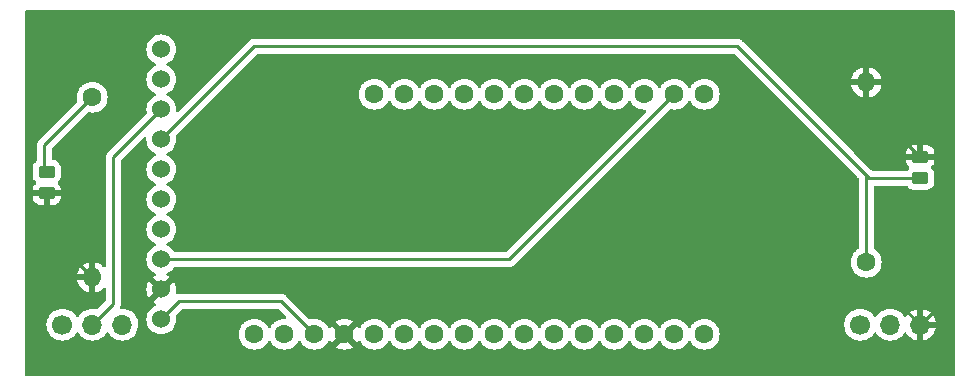
<source format=gbr>
%TF.GenerationSoftware,KiCad,Pcbnew,(7.0.0)*%
%TF.CreationDate,2023-03-09T06:04:35-08:00*%
%TF.ProjectId,Voltage_Sensor_Timer,566f6c74-6167-4655-9f53-656e736f725f,0*%
%TF.SameCoordinates,Original*%
%TF.FileFunction,Copper,L2,Bot*%
%TF.FilePolarity,Positive*%
%FSLAX46Y46*%
G04 Gerber Fmt 4.6, Leading zero omitted, Abs format (unit mm)*
G04 Created by KiCad (PCBNEW (7.0.0)) date 2023-03-09 06:04:35*
%MOMM*%
%LPD*%
G01*
G04 APERTURE LIST*
G04 Aperture macros list*
%AMRoundRect*
0 Rectangle with rounded corners*
0 $1 Rounding radius*
0 $2 $3 $4 $5 $6 $7 $8 $9 X,Y pos of 4 corners*
0 Add a 4 corners polygon primitive as box body*
4,1,4,$2,$3,$4,$5,$6,$7,$8,$9,$2,$3,0*
0 Add four circle primitives for the rounded corners*
1,1,$1+$1,$2,$3*
1,1,$1+$1,$4,$5*
1,1,$1+$1,$6,$7*
1,1,$1+$1,$8,$9*
0 Add four rect primitives between the rounded corners*
20,1,$1+$1,$2,$3,$4,$5,0*
20,1,$1+$1,$4,$5,$6,$7,0*
20,1,$1+$1,$6,$7,$8,$9,0*
20,1,$1+$1,$8,$9,$2,$3,0*%
G04 Aperture macros list end*
%TA.AperFunction,ComponentPad*%
%ADD10C,1.600000*%
%TD*%
%TA.AperFunction,ComponentPad*%
%ADD11O,1.600000X1.600000*%
%TD*%
%TA.AperFunction,SMDPad,CuDef*%
%ADD12RoundRect,0.250000X-0.450000X0.262500X-0.450000X-0.262500X0.450000X-0.262500X0.450000X0.262500X0*%
%TD*%
%TA.AperFunction,ComponentPad*%
%ADD13C,1.700000*%
%TD*%
%TA.AperFunction,ComponentPad*%
%ADD14O,1.700000X1.700000*%
%TD*%
%TA.AperFunction,SMDPad,CuDef*%
%ADD15RoundRect,0.250000X0.450000X-0.262500X0.450000X0.262500X-0.450000X0.262500X-0.450000X-0.262500X0*%
%TD*%
%TA.AperFunction,ComponentPad*%
%ADD16C,1.524000*%
%TD*%
%TA.AperFunction,Conductor*%
%ADD17C,0.250000*%
%TD*%
G04 APERTURE END LIST*
D10*
%TO.P,ESP1,0,RESET*%
%TO.N,RESET*%
X132588000Y-106172000D03*
%TO.P,ESP1,1,3.3V*%
%TO.N,unconnected-(ESP1-3.3V-Pad1)*%
X135128000Y-106172000D03*
%TO.P,ESP1,2,3.3V*%
%TO.N,3.3V*%
X137668000Y-106172000D03*
%TO.P,ESP1,3,GND*%
%TO.N,GND*%
X140208000Y-106172000D03*
%TO.P,ESP1,4,A0*%
%TO.N,A0*%
X142748000Y-106172000D03*
%TO.P,ESP1,5,A1*%
%TO.N,A1*%
X145288000Y-106172000D03*
%TO.P,ESP1,6,A2*%
%TO.N,A2*%
X147828000Y-106172000D03*
%TO.P,ESP1,7,A3*%
%TO.N,A3*%
X150368000Y-106172000D03*
%TO.P,ESP1,8,A4*%
%TO.N,A4*%
X152908000Y-106172000D03*
%TO.P,ESP1,9,A5*%
%TO.N,A5*%
X155448000Y-106172000D03*
%TO.P,ESP1,10,SCK*%
%TO.N,SCK*%
X157988000Y-106172000D03*
%TO.P,ESP1,11,MOSI*%
%TO.N,MOSI*%
X160528000Y-106172000D03*
%TO.P,ESP1,12,MISO*%
%TO.N,MISO*%
X163068000Y-106172000D03*
%TO.P,ESP1,13,RX*%
%TO.N,RX*%
X165608000Y-106172000D03*
%TO.P,ESP1,14,TX*%
%TO.N,TX*%
X168148000Y-106172000D03*
%TO.P,ESP1,15,TXD0*%
%TO.N,TXDO*%
X170688000Y-106172000D03*
%TO.P,ESP1,16,VBAT*%
%TO.N,unconnected-(ESP1-VBAT-Pad16)*%
X142748000Y-85852000D03*
%TO.P,ESP1,17,EN*%
%TO.N,unconnected-(ESP1-EN-Pad17)*%
X145288000Y-85852000D03*
%TO.P,ESP1,18,VBUS*%
%TO.N,unconnected-(ESP1-VBUS-Pad18)*%
X147828000Y-85852000D03*
%TO.P,ESP1,19,D13*%
%TO.N,unconnected-(ESP1-D13-Pad19)*%
X150368000Y-85852000D03*
%TO.P,ESP1,20,D12*%
%TO.N,unconnected-(ESP1-D12-Pad20)*%
X152908000Y-85852000D03*
%TO.P,ESP1,21,D11*%
%TO.N,unconnected-(ESP1-D11-Pad21)*%
X155448000Y-85852000D03*
%TO.P,ESP1,22,D10*%
%TO.N,D10*%
X157988000Y-85852000D03*
%TO.P,ESP1,23,D9*%
%TO.N,D9*%
X160528000Y-85852000D03*
%TO.P,ESP1,24,D6*%
%TO.N,D6*%
X163068000Y-85852000D03*
%TO.P,ESP1,25,D5*%
%TO.N,D5*%
X165608000Y-85852000D03*
%TO.P,ESP1,26,SCL*%
%TO.N,SCL*%
X168148000Y-85852000D03*
%TO.P,ESP1,27,SDA*%
%TO.N,SDA*%
X170688000Y-85852000D03*
%TD*%
%TO.P,R2,1*%
%TO.N,AN0*%
X184404000Y-100076000D03*
D11*
%TO.P,R2,2*%
%TO.N,GND*%
X184403999Y-84835999D03*
%TD*%
D12*
%TO.P,R4,1*%
%TO.N,AN2*%
X115022000Y-92409000D03*
%TO.P,R4,2*%
%TO.N,GND*%
X115022000Y-94234000D03*
%TD*%
D13*
%TO.P,J2,1,Pin_1*%
%TO.N,AN0*%
X116347000Y-105353000D03*
D14*
%TO.P,J2,2,Pin_2*%
%TO.N,AN1*%
X118886999Y-105352999D03*
%TO.P,J2,3,Pin_3*%
%TO.N,AN2*%
X121426999Y-105352999D03*
%TD*%
D15*
%TO.P,R1,1*%
%TO.N,AN0*%
X188976000Y-92964000D03*
%TO.P,R1,2*%
%TO.N,GND*%
X188976000Y-91139000D03*
%TD*%
D10*
%TO.P,R3,1*%
%TO.N,AN2*%
X118872000Y-86106000D03*
D11*
%TO.P,R3,2*%
%TO.N,GND*%
X118871999Y-101345999D03*
%TD*%
D16*
%TO.P,ADS1,0,A0*%
%TO.N,AN0*%
X124715293Y-89667251D03*
%TO.P,ADS1,1,A1*%
%TO.N,AN1*%
X124715293Y-87127251D03*
%TO.P,ADS1,2,A2*%
%TO.N,AN2*%
X124715293Y-84587251D03*
%TO.P,ADS1,3,A3*%
%TO.N,AN3*%
X124715293Y-82047251D03*
%TO.P,ADS1,4,SDA*%
%TO.N,SDA*%
X124715293Y-97287251D03*
%TO.P,ADS1,5,SCL*%
%TO.N,SCL*%
X124715293Y-99827251D03*
%TO.P,ADS1,6,VDD*%
%TO.N,3.3V*%
X124715293Y-104907251D03*
%TO.P,ADS1,7,GND*%
%TO.N,GND*%
X124715293Y-102367251D03*
%TO.P,ADS1,8,ALRT*%
%TO.N,ALRT*%
X124715293Y-92207251D03*
%TO.P,ADS1,9,ADDR*%
%TO.N,ADDR*%
X124715293Y-94747251D03*
%TD*%
D13*
%TO.P,J3,1,Pin_1*%
%TO.N,AN3*%
X183896000Y-105353000D03*
D14*
%TO.P,J3,2,Pin_2*%
%TO.N,3.3V*%
X186435999Y-105352999D03*
%TO.P,J3,3,Pin_3*%
%TO.N,GND*%
X188975999Y-105352999D03*
%TD*%
D17*
%TO.N,GND*%
X114808000Y-101346000D02*
X114046000Y-102108000D01*
X115062000Y-97536000D02*
X115062000Y-94274000D01*
X186493000Y-102870000D02*
X181610000Y-102870000D01*
X114046000Y-102108000D02*
X114046000Y-108204000D01*
X184404000Y-84836000D02*
X184404000Y-86567000D01*
X188976000Y-105353000D02*
X191008000Y-103321000D01*
X114046000Y-108204000D02*
X123190000Y-108204000D01*
X123190000Y-108204000D02*
X138176000Y-108204000D01*
X181610000Y-102870000D02*
X176276000Y-108204000D01*
X184404000Y-86567000D02*
X188976000Y-91139000D01*
X115062000Y-94274000D02*
X115022000Y-94234000D01*
X191008000Y-91924500D02*
X190222500Y-91139000D01*
X142240000Y-108204000D02*
X140208000Y-106172000D01*
X138176000Y-108204000D02*
X140208000Y-106172000D01*
X123190000Y-103892544D02*
X123190000Y-108204000D01*
X176276000Y-108204000D02*
X142240000Y-108204000D01*
X118872000Y-101346000D02*
X114808000Y-101346000D01*
X190222500Y-91139000D02*
X188976000Y-91139000D01*
X191008000Y-103321000D02*
X191008000Y-91924500D01*
X124715293Y-102367251D02*
X123190000Y-103892544D01*
X188976000Y-105353000D02*
X186493000Y-102870000D01*
X118872000Y-101346000D02*
X115062000Y-97536000D01*
%TO.N,AN2*%
X114808000Y-92195000D02*
X115022000Y-92409000D01*
X114808000Y-90170000D02*
X114808000Y-92195000D01*
X118872000Y-86106000D02*
X114808000Y-90170000D01*
%TO.N,AN1*%
X118887000Y-105353000D02*
X120650000Y-103590000D01*
X120650000Y-103590000D02*
X120650000Y-91192544D01*
X120650000Y-91192544D02*
X124715293Y-87127251D01*
%TO.N,AN0*%
X184404000Y-92710000D02*
X184404000Y-100076000D01*
X188976000Y-92964000D02*
X184658000Y-92964000D01*
X184658000Y-92964000D02*
X184404000Y-92710000D01*
X124715293Y-89667251D02*
X132594544Y-81788000D01*
X173482000Y-81788000D02*
X184404000Y-92710000D01*
X132594544Y-81788000D02*
X173482000Y-81788000D01*
%TO.N,SCL*%
X124715293Y-99827251D02*
X154172749Y-99827251D01*
X154172749Y-99827251D02*
X168148000Y-85852000D01*
%TO.N,3.3V*%
X134874000Y-103378000D02*
X137668000Y-106172000D01*
X126244544Y-103378000D02*
X134874000Y-103378000D01*
X124715293Y-104907251D02*
X126244544Y-103378000D01*
%TD*%
%TA.AperFunction,Conductor*%
%TO.N,GND*%
G36*
X191836718Y-78756666D02*
G01*
X191882105Y-78802053D01*
X191898718Y-78864053D01*
X191898718Y-109603500D01*
X191882105Y-109665500D01*
X191836718Y-109710887D01*
X191774718Y-109727500D01*
X113283718Y-109727500D01*
X113221718Y-109710887D01*
X113176331Y-109665500D01*
X113159718Y-109603500D01*
X113159718Y-105353000D01*
X114991341Y-105353000D01*
X114991813Y-105358395D01*
X115011014Y-105577866D01*
X115011937Y-105588408D01*
X115013336Y-105593630D01*
X115013337Y-105593634D01*
X115071694Y-105811430D01*
X115071697Y-105811438D01*
X115073097Y-105816663D01*
X115075385Y-105821570D01*
X115075386Y-105821572D01*
X115170678Y-106025927D01*
X115170681Y-106025933D01*
X115172965Y-106030830D01*
X115176064Y-106035257D01*
X115176066Y-106035259D01*
X115305399Y-106219966D01*
X115305402Y-106219970D01*
X115308505Y-106224401D01*
X115475599Y-106391495D01*
X115669170Y-106527035D01*
X115674070Y-106529320D01*
X115674072Y-106529321D01*
X115728443Y-106554674D01*
X115883337Y-106626903D01*
X116111592Y-106688063D01*
X116347000Y-106708659D01*
X116582408Y-106688063D01*
X116810663Y-106626903D01*
X117024830Y-106527035D01*
X117218401Y-106391495D01*
X117385495Y-106224401D01*
X117473901Y-106098145D01*
X117515425Y-106038842D01*
X117559743Y-105999976D01*
X117617000Y-105985965D01*
X117674257Y-105999976D01*
X117718575Y-106038842D01*
X117845395Y-106219961D01*
X117845401Y-106219968D01*
X117848505Y-106224401D01*
X118015599Y-106391495D01*
X118209170Y-106527035D01*
X118214070Y-106529320D01*
X118214072Y-106529321D01*
X118268443Y-106554674D01*
X118423337Y-106626903D01*
X118651592Y-106688063D01*
X118887000Y-106708659D01*
X119122408Y-106688063D01*
X119350663Y-106626903D01*
X119564830Y-106527035D01*
X119758401Y-106391495D01*
X119925495Y-106224401D01*
X120013901Y-106098145D01*
X120055425Y-106038842D01*
X120099743Y-105999976D01*
X120157000Y-105985965D01*
X120214257Y-105999976D01*
X120258575Y-106038842D01*
X120385395Y-106219961D01*
X120385401Y-106219968D01*
X120388505Y-106224401D01*
X120555599Y-106391495D01*
X120749170Y-106527035D01*
X120754070Y-106529320D01*
X120754072Y-106529321D01*
X120808443Y-106554674D01*
X120963337Y-106626903D01*
X121191592Y-106688063D01*
X121427000Y-106708659D01*
X121662408Y-106688063D01*
X121890663Y-106626903D01*
X122104830Y-106527035D01*
X122298401Y-106391495D01*
X122465495Y-106224401D01*
X122601035Y-106030830D01*
X122700903Y-105816663D01*
X122762063Y-105588408D01*
X122782659Y-105353000D01*
X122762063Y-105117592D01*
X122705703Y-104907251D01*
X123447970Y-104907251D01*
X123448442Y-104912646D01*
X123466750Y-105121920D01*
X123466751Y-105121927D01*
X123467223Y-105127319D01*
X123468622Y-105132540D01*
X123468624Y-105132551D01*
X123522999Y-105335479D01*
X123523001Y-105335486D01*
X123524399Y-105340701D01*
X123530134Y-105353000D01*
X123610068Y-105524421D01*
X123617759Y-105540913D01*
X123620859Y-105545341D01*
X123620863Y-105545347D01*
X123693764Y-105649460D01*
X123744467Y-105721871D01*
X123900673Y-105878077D01*
X123989227Y-105940083D01*
X124077196Y-106001680D01*
X124077199Y-106001681D01*
X124081631Y-106004785D01*
X124281843Y-106098145D01*
X124287063Y-106099543D01*
X124287064Y-106099544D01*
X124489992Y-106153919D01*
X124489994Y-106153919D01*
X124495225Y-106155321D01*
X124715293Y-106174574D01*
X124935361Y-106155321D01*
X125148743Y-106098145D01*
X125348955Y-106004785D01*
X125529913Y-105878077D01*
X125686119Y-105721871D01*
X125812827Y-105540913D01*
X125906187Y-105340701D01*
X125963363Y-105127319D01*
X125982616Y-104907251D01*
X125963363Y-104687183D01*
X125951585Y-104643227D01*
X125951585Y-104579041D01*
X125983677Y-104523455D01*
X126467314Y-104039819D01*
X126507543Y-104012939D01*
X126554996Y-104003500D01*
X134563548Y-104003500D01*
X134611001Y-104012939D01*
X134651229Y-104039819D01*
X135270591Y-104659181D01*
X135301492Y-104710608D01*
X135304632Y-104770522D01*
X135279277Y-104824897D01*
X135231362Y-104861004D01*
X135172104Y-104870390D01*
X135133397Y-104867004D01*
X135133395Y-104867004D01*
X135128000Y-104866532D01*
X135122605Y-104867004D01*
X134906698Y-104885893D01*
X134906693Y-104885893D01*
X134901308Y-104886365D01*
X134896094Y-104887762D01*
X134896083Y-104887764D01*
X134686736Y-104943858D01*
X134686724Y-104943862D01*
X134681504Y-104945261D01*
X134676599Y-104947547D01*
X134676594Y-104947550D01*
X134480176Y-105039142D01*
X134480172Y-105039144D01*
X134475266Y-105041432D01*
X134470833Y-105044535D01*
X134470826Y-105044540D01*
X134293296Y-105168847D01*
X134293291Y-105168850D01*
X134288861Y-105171953D01*
X134285037Y-105175776D01*
X134285031Y-105175782D01*
X134131782Y-105329031D01*
X134131776Y-105329037D01*
X134127953Y-105332861D01*
X134124850Y-105337291D01*
X134124847Y-105337296D01*
X134000540Y-105514826D01*
X134000535Y-105514833D01*
X133997432Y-105519266D01*
X133995148Y-105524163D01*
X133995141Y-105524176D01*
X133970382Y-105577274D01*
X133924625Y-105629450D01*
X133858000Y-105648869D01*
X133791375Y-105629450D01*
X133745618Y-105577274D01*
X133720858Y-105524176D01*
X133720855Y-105524172D01*
X133718568Y-105519266D01*
X133588047Y-105332861D01*
X133427139Y-105171953D01*
X133325018Y-105100448D01*
X133245173Y-105044540D01*
X133245171Y-105044539D01*
X133240734Y-105041432D01*
X133034496Y-104945261D01*
X133029271Y-104943861D01*
X133029263Y-104943858D01*
X132819916Y-104887764D01*
X132819907Y-104887762D01*
X132814692Y-104886365D01*
X132809304Y-104885893D01*
X132809301Y-104885893D01*
X132593395Y-104867004D01*
X132588000Y-104866532D01*
X132582605Y-104867004D01*
X132366698Y-104885893D01*
X132366693Y-104885893D01*
X132361308Y-104886365D01*
X132356094Y-104887762D01*
X132356083Y-104887764D01*
X132146736Y-104943858D01*
X132146724Y-104943862D01*
X132141504Y-104945261D01*
X132136599Y-104947547D01*
X132136594Y-104947550D01*
X131940176Y-105039142D01*
X131940172Y-105039144D01*
X131935266Y-105041432D01*
X131930833Y-105044535D01*
X131930826Y-105044540D01*
X131753296Y-105168847D01*
X131753291Y-105168850D01*
X131748861Y-105171953D01*
X131745037Y-105175776D01*
X131745031Y-105175782D01*
X131591782Y-105329031D01*
X131591776Y-105329037D01*
X131587953Y-105332861D01*
X131584850Y-105337291D01*
X131584847Y-105337296D01*
X131460540Y-105514826D01*
X131460535Y-105514833D01*
X131457432Y-105519266D01*
X131455144Y-105524172D01*
X131455142Y-105524176D01*
X131363550Y-105720594D01*
X131363547Y-105720599D01*
X131361261Y-105725504D01*
X131359862Y-105730724D01*
X131359858Y-105730736D01*
X131303764Y-105940083D01*
X131303762Y-105940094D01*
X131302365Y-105945308D01*
X131301893Y-105950693D01*
X131301893Y-105950698D01*
X131288993Y-106098145D01*
X131282532Y-106172000D01*
X131302365Y-106398692D01*
X131303762Y-106403907D01*
X131303764Y-106403916D01*
X131359858Y-106613263D01*
X131359861Y-106613271D01*
X131361261Y-106618496D01*
X131363549Y-106623403D01*
X131363550Y-106623405D01*
X131393701Y-106688063D01*
X131457432Y-106824734D01*
X131587953Y-107011139D01*
X131748861Y-107172047D01*
X131935266Y-107302568D01*
X132141504Y-107398739D01*
X132361308Y-107457635D01*
X132588000Y-107477468D01*
X132814692Y-107457635D01*
X133034496Y-107398739D01*
X133240734Y-107302568D01*
X133427139Y-107172047D01*
X133588047Y-107011139D01*
X133718568Y-106824734D01*
X133745618Y-106766724D01*
X133791375Y-106714549D01*
X133858000Y-106695130D01*
X133924625Y-106714549D01*
X133970381Y-106766724D01*
X133997432Y-106824734D01*
X134127953Y-107011139D01*
X134288861Y-107172047D01*
X134475266Y-107302568D01*
X134681504Y-107398739D01*
X134901308Y-107457635D01*
X135128000Y-107477468D01*
X135354692Y-107457635D01*
X135574496Y-107398739D01*
X135780734Y-107302568D01*
X135967139Y-107172047D01*
X136128047Y-107011139D01*
X136258568Y-106824734D01*
X136285618Y-106766724D01*
X136331375Y-106714549D01*
X136398000Y-106695130D01*
X136464625Y-106714549D01*
X136510381Y-106766724D01*
X136537432Y-106824734D01*
X136667953Y-107011139D01*
X136828861Y-107172047D01*
X137015266Y-107302568D01*
X137221504Y-107398739D01*
X137441308Y-107457635D01*
X137668000Y-107477468D01*
X137894692Y-107457635D01*
X138114496Y-107398739D01*
X138320734Y-107302568D01*
X138394806Y-107250703D01*
X139486217Y-107250703D01*
X139493650Y-107258814D01*
X139551077Y-107299025D01*
X139560427Y-107304423D01*
X139756768Y-107395979D01*
X139766902Y-107399667D01*
X139976162Y-107455739D01*
X139986793Y-107457613D01*
X140202605Y-107476494D01*
X140213395Y-107476494D01*
X140429206Y-107457613D01*
X140439837Y-107455739D01*
X140649097Y-107399667D01*
X140659231Y-107395979D01*
X140855575Y-107304422D01*
X140864920Y-107299026D01*
X140922348Y-107258814D01*
X140929780Y-107250703D01*
X140923867Y-107241421D01*
X140219542Y-106537095D01*
X140207999Y-106530431D01*
X140196457Y-106537095D01*
X139492128Y-107241424D01*
X139486217Y-107250703D01*
X138394806Y-107250703D01*
X138507139Y-107172047D01*
X138668047Y-107011139D01*
X138798568Y-106824734D01*
X138825894Y-106766131D01*
X138871649Y-106713959D01*
X138938274Y-106694539D01*
X139004899Y-106713958D01*
X139050657Y-106766134D01*
X139075575Y-106819572D01*
X139080974Y-106828922D01*
X139121184Y-106886348D01*
X139129295Y-106893781D01*
X139138574Y-106887870D01*
X139842903Y-106183541D01*
X139849567Y-106171999D01*
X140566431Y-106171999D01*
X140573095Y-106183541D01*
X141277421Y-106887867D01*
X141286703Y-106893780D01*
X141294814Y-106886348D01*
X141335026Y-106828920D01*
X141340419Y-106819580D01*
X141365341Y-106766135D01*
X141411098Y-106713959D01*
X141477723Y-106694539D01*
X141544349Y-106713958D01*
X141590106Y-106766134D01*
X141615141Y-106819823D01*
X141615144Y-106819828D01*
X141617432Y-106824734D01*
X141747953Y-107011139D01*
X141908861Y-107172047D01*
X142095266Y-107302568D01*
X142301504Y-107398739D01*
X142521308Y-107457635D01*
X142748000Y-107477468D01*
X142974692Y-107457635D01*
X143194496Y-107398739D01*
X143400734Y-107302568D01*
X143587139Y-107172047D01*
X143748047Y-107011139D01*
X143878568Y-106824734D01*
X143905618Y-106766724D01*
X143951375Y-106714549D01*
X144018000Y-106695130D01*
X144084625Y-106714549D01*
X144130381Y-106766724D01*
X144157432Y-106824734D01*
X144287953Y-107011139D01*
X144448861Y-107172047D01*
X144635266Y-107302568D01*
X144841504Y-107398739D01*
X145061308Y-107457635D01*
X145288000Y-107477468D01*
X145514692Y-107457635D01*
X145734496Y-107398739D01*
X145940734Y-107302568D01*
X146127139Y-107172047D01*
X146288047Y-107011139D01*
X146418568Y-106824734D01*
X146445618Y-106766724D01*
X146491375Y-106714549D01*
X146558000Y-106695130D01*
X146624625Y-106714549D01*
X146670381Y-106766724D01*
X146697432Y-106824734D01*
X146827953Y-107011139D01*
X146988861Y-107172047D01*
X147175266Y-107302568D01*
X147381504Y-107398739D01*
X147601308Y-107457635D01*
X147828000Y-107477468D01*
X148054692Y-107457635D01*
X148274496Y-107398739D01*
X148480734Y-107302568D01*
X148667139Y-107172047D01*
X148828047Y-107011139D01*
X148958568Y-106824734D01*
X148985618Y-106766724D01*
X149031375Y-106714549D01*
X149098000Y-106695130D01*
X149164625Y-106714549D01*
X149210381Y-106766724D01*
X149237432Y-106824734D01*
X149367953Y-107011139D01*
X149528861Y-107172047D01*
X149715266Y-107302568D01*
X149921504Y-107398739D01*
X150141308Y-107457635D01*
X150368000Y-107477468D01*
X150594692Y-107457635D01*
X150814496Y-107398739D01*
X151020734Y-107302568D01*
X151207139Y-107172047D01*
X151368047Y-107011139D01*
X151498568Y-106824734D01*
X151525618Y-106766724D01*
X151571375Y-106714549D01*
X151638000Y-106695130D01*
X151704625Y-106714549D01*
X151750381Y-106766724D01*
X151777432Y-106824734D01*
X151907953Y-107011139D01*
X152068861Y-107172047D01*
X152255266Y-107302568D01*
X152461504Y-107398739D01*
X152681308Y-107457635D01*
X152908000Y-107477468D01*
X153134692Y-107457635D01*
X153354496Y-107398739D01*
X153560734Y-107302568D01*
X153747139Y-107172047D01*
X153908047Y-107011139D01*
X154038568Y-106824734D01*
X154065618Y-106766724D01*
X154111375Y-106714549D01*
X154178000Y-106695130D01*
X154244625Y-106714549D01*
X154290381Y-106766724D01*
X154317432Y-106824734D01*
X154447953Y-107011139D01*
X154608861Y-107172047D01*
X154795266Y-107302568D01*
X155001504Y-107398739D01*
X155221308Y-107457635D01*
X155448000Y-107477468D01*
X155674692Y-107457635D01*
X155894496Y-107398739D01*
X156100734Y-107302568D01*
X156287139Y-107172047D01*
X156448047Y-107011139D01*
X156578568Y-106824734D01*
X156605618Y-106766724D01*
X156651375Y-106714549D01*
X156718000Y-106695130D01*
X156784625Y-106714549D01*
X156830381Y-106766724D01*
X156857432Y-106824734D01*
X156987953Y-107011139D01*
X157148861Y-107172047D01*
X157335266Y-107302568D01*
X157541504Y-107398739D01*
X157761308Y-107457635D01*
X157988000Y-107477468D01*
X158214692Y-107457635D01*
X158434496Y-107398739D01*
X158640734Y-107302568D01*
X158827139Y-107172047D01*
X158988047Y-107011139D01*
X159118568Y-106824734D01*
X159145618Y-106766724D01*
X159191375Y-106714549D01*
X159258000Y-106695130D01*
X159324625Y-106714549D01*
X159370381Y-106766724D01*
X159397432Y-106824734D01*
X159527953Y-107011139D01*
X159688861Y-107172047D01*
X159875266Y-107302568D01*
X160081504Y-107398739D01*
X160301308Y-107457635D01*
X160528000Y-107477468D01*
X160754692Y-107457635D01*
X160974496Y-107398739D01*
X161180734Y-107302568D01*
X161367139Y-107172047D01*
X161528047Y-107011139D01*
X161658568Y-106824734D01*
X161685618Y-106766724D01*
X161731375Y-106714549D01*
X161798000Y-106695130D01*
X161864625Y-106714549D01*
X161910381Y-106766724D01*
X161937432Y-106824734D01*
X162067953Y-107011139D01*
X162228861Y-107172047D01*
X162415266Y-107302568D01*
X162621504Y-107398739D01*
X162841308Y-107457635D01*
X163068000Y-107477468D01*
X163294692Y-107457635D01*
X163514496Y-107398739D01*
X163720734Y-107302568D01*
X163907139Y-107172047D01*
X164068047Y-107011139D01*
X164198568Y-106824734D01*
X164225618Y-106766724D01*
X164271375Y-106714549D01*
X164338000Y-106695130D01*
X164404625Y-106714549D01*
X164450381Y-106766724D01*
X164477432Y-106824734D01*
X164607953Y-107011139D01*
X164768861Y-107172047D01*
X164955266Y-107302568D01*
X165161504Y-107398739D01*
X165381308Y-107457635D01*
X165608000Y-107477468D01*
X165834692Y-107457635D01*
X166054496Y-107398739D01*
X166260734Y-107302568D01*
X166447139Y-107172047D01*
X166608047Y-107011139D01*
X166738568Y-106824734D01*
X166765618Y-106766724D01*
X166811375Y-106714549D01*
X166878000Y-106695130D01*
X166944625Y-106714549D01*
X166990381Y-106766724D01*
X167017432Y-106824734D01*
X167147953Y-107011139D01*
X167308861Y-107172047D01*
X167495266Y-107302568D01*
X167701504Y-107398739D01*
X167921308Y-107457635D01*
X168148000Y-107477468D01*
X168374692Y-107457635D01*
X168594496Y-107398739D01*
X168800734Y-107302568D01*
X168987139Y-107172047D01*
X169148047Y-107011139D01*
X169278568Y-106824734D01*
X169305618Y-106766724D01*
X169351375Y-106714549D01*
X169418000Y-106695130D01*
X169484625Y-106714549D01*
X169530381Y-106766724D01*
X169557432Y-106824734D01*
X169687953Y-107011139D01*
X169848861Y-107172047D01*
X170035266Y-107302568D01*
X170241504Y-107398739D01*
X170461308Y-107457635D01*
X170688000Y-107477468D01*
X170914692Y-107457635D01*
X171134496Y-107398739D01*
X171340734Y-107302568D01*
X171527139Y-107172047D01*
X171688047Y-107011139D01*
X171818568Y-106824734D01*
X171914739Y-106618496D01*
X171973635Y-106398692D01*
X171993468Y-106172000D01*
X171973635Y-105945308D01*
X171914739Y-105725504D01*
X171818568Y-105519266D01*
X171702148Y-105353000D01*
X182540341Y-105353000D01*
X182540813Y-105358395D01*
X182560014Y-105577866D01*
X182560937Y-105588408D01*
X182562336Y-105593630D01*
X182562337Y-105593634D01*
X182620694Y-105811430D01*
X182620697Y-105811438D01*
X182622097Y-105816663D01*
X182624385Y-105821570D01*
X182624386Y-105821572D01*
X182719678Y-106025927D01*
X182719681Y-106025933D01*
X182721965Y-106030830D01*
X182725064Y-106035257D01*
X182725066Y-106035259D01*
X182854399Y-106219966D01*
X182854402Y-106219970D01*
X182857505Y-106224401D01*
X183024599Y-106391495D01*
X183218170Y-106527035D01*
X183223070Y-106529320D01*
X183223072Y-106529321D01*
X183277443Y-106554674D01*
X183432337Y-106626903D01*
X183660592Y-106688063D01*
X183896000Y-106708659D01*
X184131408Y-106688063D01*
X184359663Y-106626903D01*
X184573830Y-106527035D01*
X184767401Y-106391495D01*
X184934495Y-106224401D01*
X185022901Y-106098145D01*
X185064425Y-106038842D01*
X185108743Y-105999976D01*
X185166000Y-105985965D01*
X185223257Y-105999976D01*
X185267575Y-106038842D01*
X185394395Y-106219961D01*
X185394401Y-106219968D01*
X185397505Y-106224401D01*
X185564599Y-106391495D01*
X185758170Y-106527035D01*
X185763070Y-106529320D01*
X185763072Y-106529321D01*
X185817443Y-106554674D01*
X185972337Y-106626903D01*
X186200592Y-106688063D01*
X186436000Y-106708659D01*
X186671408Y-106688063D01*
X186899663Y-106626903D01*
X187113830Y-106527035D01*
X187307401Y-106391495D01*
X187474495Y-106224401D01*
X187604730Y-106038405D01*
X187649048Y-105999540D01*
X187706305Y-105985529D01*
X187763562Y-105999540D01*
X187807880Y-106038405D01*
X187934784Y-106219643D01*
X187941721Y-106227909D01*
X188101090Y-106387278D01*
X188109356Y-106394215D01*
X188293991Y-106523498D01*
X188303323Y-106528886D01*
X188507602Y-106624143D01*
X188517736Y-106627831D01*
X188712219Y-106679943D01*
X188723448Y-106680311D01*
X188726000Y-106669369D01*
X189226000Y-106669369D01*
X189228551Y-106680311D01*
X189239780Y-106679943D01*
X189434263Y-106627831D01*
X189444397Y-106624143D01*
X189648676Y-106528886D01*
X189658008Y-106523498D01*
X189842643Y-106394215D01*
X189850909Y-106387278D01*
X190010278Y-106227909D01*
X190017215Y-106219643D01*
X190146498Y-106035008D01*
X190151886Y-106025676D01*
X190247143Y-105821397D01*
X190250831Y-105811263D01*
X190302943Y-105616780D01*
X190303311Y-105605551D01*
X190292369Y-105603000D01*
X189242326Y-105603000D01*
X189229450Y-105606450D01*
X189226000Y-105619326D01*
X189226000Y-106669369D01*
X188726000Y-106669369D01*
X188726000Y-105086674D01*
X189226000Y-105086674D01*
X189229450Y-105099549D01*
X189242326Y-105103000D01*
X190292369Y-105103000D01*
X190303311Y-105100448D01*
X190302943Y-105089219D01*
X190250831Y-104894736D01*
X190247143Y-104884602D01*
X190151889Y-104680332D01*
X190146491Y-104670982D01*
X190017215Y-104486357D01*
X190010280Y-104478092D01*
X189850909Y-104318721D01*
X189842643Y-104311784D01*
X189658008Y-104182501D01*
X189648676Y-104177113D01*
X189444397Y-104081856D01*
X189434263Y-104078168D01*
X189239780Y-104026056D01*
X189228551Y-104025688D01*
X189226000Y-104036631D01*
X189226000Y-105086674D01*
X188726000Y-105086674D01*
X188726000Y-104036631D01*
X188723448Y-104025688D01*
X188712219Y-104026056D01*
X188517736Y-104078168D01*
X188507602Y-104081856D01*
X188303332Y-104177110D01*
X188293982Y-104182508D01*
X188109357Y-104311784D01*
X188101092Y-104318719D01*
X187941719Y-104478092D01*
X187934788Y-104486352D01*
X187807880Y-104667596D01*
X187763562Y-104706461D01*
X187706305Y-104720472D01*
X187649048Y-104706461D01*
X187604730Y-104667595D01*
X187604425Y-104667159D01*
X187474495Y-104481599D01*
X187307401Y-104314505D01*
X187302970Y-104311402D01*
X187302966Y-104311399D01*
X187118259Y-104182066D01*
X187118257Y-104182064D01*
X187113830Y-104178965D01*
X187108933Y-104176681D01*
X187108927Y-104176678D01*
X186904572Y-104081386D01*
X186904570Y-104081385D01*
X186899663Y-104079097D01*
X186894438Y-104077697D01*
X186894430Y-104077694D01*
X186676634Y-104019337D01*
X186676630Y-104019336D01*
X186671408Y-104017937D01*
X186666020Y-104017465D01*
X186666017Y-104017465D01*
X186441395Y-103997813D01*
X186436000Y-103997341D01*
X186430605Y-103997813D01*
X186205982Y-104017465D01*
X186205977Y-104017465D01*
X186200592Y-104017937D01*
X186195371Y-104019335D01*
X186195365Y-104019337D01*
X185977569Y-104077694D01*
X185977557Y-104077698D01*
X185972337Y-104079097D01*
X185967432Y-104081383D01*
X185967427Y-104081386D01*
X185763081Y-104176675D01*
X185763077Y-104176677D01*
X185758171Y-104178965D01*
X185753738Y-104182068D01*
X185753731Y-104182073D01*
X185569034Y-104311399D01*
X185569029Y-104311402D01*
X185564599Y-104314505D01*
X185560775Y-104318328D01*
X185560769Y-104318334D01*
X185401334Y-104477769D01*
X185401328Y-104477775D01*
X185397505Y-104481599D01*
X185394402Y-104486029D01*
X185394399Y-104486034D01*
X185267575Y-104667159D01*
X185223257Y-104706025D01*
X185166000Y-104720036D01*
X185108743Y-104706025D01*
X185064425Y-104667159D01*
X185002724Y-104579041D01*
X184934495Y-104481599D01*
X184767401Y-104314505D01*
X184762970Y-104311402D01*
X184762966Y-104311399D01*
X184578259Y-104182066D01*
X184578257Y-104182064D01*
X184573830Y-104178965D01*
X184568933Y-104176681D01*
X184568927Y-104176678D01*
X184364572Y-104081386D01*
X184364570Y-104081385D01*
X184359663Y-104079097D01*
X184354438Y-104077697D01*
X184354430Y-104077694D01*
X184136634Y-104019337D01*
X184136630Y-104019336D01*
X184131408Y-104017937D01*
X184126020Y-104017465D01*
X184126017Y-104017465D01*
X183901395Y-103997813D01*
X183896000Y-103997341D01*
X183890605Y-103997813D01*
X183665982Y-104017465D01*
X183665977Y-104017465D01*
X183660592Y-104017937D01*
X183655371Y-104019335D01*
X183655365Y-104019337D01*
X183437569Y-104077694D01*
X183437557Y-104077698D01*
X183432337Y-104079097D01*
X183427432Y-104081383D01*
X183427427Y-104081386D01*
X183223081Y-104176675D01*
X183223077Y-104176677D01*
X183218171Y-104178965D01*
X183213738Y-104182068D01*
X183213731Y-104182073D01*
X183029034Y-104311399D01*
X183029029Y-104311402D01*
X183024599Y-104314505D01*
X183020775Y-104318328D01*
X183020769Y-104318334D01*
X182861334Y-104477769D01*
X182861328Y-104477775D01*
X182857505Y-104481599D01*
X182854402Y-104486029D01*
X182854399Y-104486034D01*
X182725073Y-104670731D01*
X182725068Y-104670738D01*
X182721965Y-104675171D01*
X182719677Y-104680077D01*
X182719675Y-104680081D01*
X182624386Y-104884427D01*
X182624383Y-104884432D01*
X182622097Y-104889337D01*
X182620698Y-104894557D01*
X182620694Y-104894569D01*
X182562337Y-105112365D01*
X182562335Y-105112371D01*
X182560937Y-105117592D01*
X182560465Y-105122977D01*
X182560465Y-105122982D01*
X182556181Y-105171953D01*
X182540341Y-105353000D01*
X171702148Y-105353000D01*
X171688047Y-105332861D01*
X171527139Y-105171953D01*
X171425018Y-105100448D01*
X171345173Y-105044540D01*
X171345171Y-105044539D01*
X171340734Y-105041432D01*
X171134496Y-104945261D01*
X171129271Y-104943861D01*
X171129263Y-104943858D01*
X170919916Y-104887764D01*
X170919907Y-104887762D01*
X170914692Y-104886365D01*
X170909304Y-104885893D01*
X170909301Y-104885893D01*
X170693395Y-104867004D01*
X170688000Y-104866532D01*
X170682605Y-104867004D01*
X170466698Y-104885893D01*
X170466693Y-104885893D01*
X170461308Y-104886365D01*
X170456094Y-104887762D01*
X170456083Y-104887764D01*
X170246736Y-104943858D01*
X170246724Y-104943862D01*
X170241504Y-104945261D01*
X170236599Y-104947547D01*
X170236594Y-104947550D01*
X170040176Y-105039142D01*
X170040172Y-105039144D01*
X170035266Y-105041432D01*
X170030833Y-105044535D01*
X170030826Y-105044540D01*
X169853296Y-105168847D01*
X169853291Y-105168850D01*
X169848861Y-105171953D01*
X169845037Y-105175776D01*
X169845031Y-105175782D01*
X169691782Y-105329031D01*
X169691776Y-105329037D01*
X169687953Y-105332861D01*
X169684850Y-105337291D01*
X169684847Y-105337296D01*
X169560540Y-105514826D01*
X169560535Y-105514833D01*
X169557432Y-105519266D01*
X169555148Y-105524163D01*
X169555141Y-105524176D01*
X169530382Y-105577274D01*
X169484625Y-105629450D01*
X169418000Y-105648869D01*
X169351375Y-105629450D01*
X169305618Y-105577274D01*
X169280858Y-105524176D01*
X169280855Y-105524172D01*
X169278568Y-105519266D01*
X169148047Y-105332861D01*
X168987139Y-105171953D01*
X168885018Y-105100448D01*
X168805173Y-105044540D01*
X168805171Y-105044539D01*
X168800734Y-105041432D01*
X168594496Y-104945261D01*
X168589271Y-104943861D01*
X168589263Y-104943858D01*
X168379916Y-104887764D01*
X168379907Y-104887762D01*
X168374692Y-104886365D01*
X168369304Y-104885893D01*
X168369301Y-104885893D01*
X168153395Y-104867004D01*
X168148000Y-104866532D01*
X168142605Y-104867004D01*
X167926698Y-104885893D01*
X167926693Y-104885893D01*
X167921308Y-104886365D01*
X167916094Y-104887762D01*
X167916083Y-104887764D01*
X167706736Y-104943858D01*
X167706724Y-104943862D01*
X167701504Y-104945261D01*
X167696599Y-104947547D01*
X167696594Y-104947550D01*
X167500176Y-105039142D01*
X167500172Y-105039144D01*
X167495266Y-105041432D01*
X167490833Y-105044535D01*
X167490826Y-105044540D01*
X167313296Y-105168847D01*
X167313291Y-105168850D01*
X167308861Y-105171953D01*
X167305037Y-105175776D01*
X167305031Y-105175782D01*
X167151782Y-105329031D01*
X167151776Y-105329037D01*
X167147953Y-105332861D01*
X167144850Y-105337291D01*
X167144847Y-105337296D01*
X167020540Y-105514826D01*
X167020535Y-105514833D01*
X167017432Y-105519266D01*
X167015148Y-105524163D01*
X167015141Y-105524176D01*
X166990382Y-105577274D01*
X166944625Y-105629450D01*
X166878000Y-105648869D01*
X166811375Y-105629450D01*
X166765618Y-105577274D01*
X166740858Y-105524176D01*
X166740855Y-105524172D01*
X166738568Y-105519266D01*
X166608047Y-105332861D01*
X166447139Y-105171953D01*
X166345018Y-105100448D01*
X166265173Y-105044540D01*
X166265171Y-105044539D01*
X166260734Y-105041432D01*
X166054496Y-104945261D01*
X166049271Y-104943861D01*
X166049263Y-104943858D01*
X165839916Y-104887764D01*
X165839907Y-104887762D01*
X165834692Y-104886365D01*
X165829304Y-104885893D01*
X165829301Y-104885893D01*
X165613395Y-104867004D01*
X165608000Y-104866532D01*
X165602605Y-104867004D01*
X165386698Y-104885893D01*
X165386693Y-104885893D01*
X165381308Y-104886365D01*
X165376094Y-104887762D01*
X165376083Y-104887764D01*
X165166736Y-104943858D01*
X165166724Y-104943862D01*
X165161504Y-104945261D01*
X165156599Y-104947547D01*
X165156594Y-104947550D01*
X164960176Y-105039142D01*
X164960172Y-105039144D01*
X164955266Y-105041432D01*
X164950833Y-105044535D01*
X164950826Y-105044540D01*
X164773296Y-105168847D01*
X164773291Y-105168850D01*
X164768861Y-105171953D01*
X164765037Y-105175776D01*
X164765031Y-105175782D01*
X164611782Y-105329031D01*
X164611776Y-105329037D01*
X164607953Y-105332861D01*
X164604850Y-105337291D01*
X164604847Y-105337296D01*
X164480540Y-105514826D01*
X164480535Y-105514833D01*
X164477432Y-105519266D01*
X164475148Y-105524163D01*
X164475141Y-105524176D01*
X164450382Y-105577274D01*
X164404625Y-105629450D01*
X164338000Y-105648869D01*
X164271375Y-105629450D01*
X164225618Y-105577274D01*
X164200858Y-105524176D01*
X164200855Y-105524172D01*
X164198568Y-105519266D01*
X164068047Y-105332861D01*
X163907139Y-105171953D01*
X163805018Y-105100448D01*
X163725173Y-105044540D01*
X163725171Y-105044539D01*
X163720734Y-105041432D01*
X163514496Y-104945261D01*
X163509271Y-104943861D01*
X163509263Y-104943858D01*
X163299916Y-104887764D01*
X163299907Y-104887762D01*
X163294692Y-104886365D01*
X163289304Y-104885893D01*
X163289301Y-104885893D01*
X163073395Y-104867004D01*
X163068000Y-104866532D01*
X163062605Y-104867004D01*
X162846698Y-104885893D01*
X162846693Y-104885893D01*
X162841308Y-104886365D01*
X162836094Y-104887762D01*
X162836083Y-104887764D01*
X162626736Y-104943858D01*
X162626724Y-104943862D01*
X162621504Y-104945261D01*
X162616599Y-104947547D01*
X162616594Y-104947550D01*
X162420176Y-105039142D01*
X162420172Y-105039144D01*
X162415266Y-105041432D01*
X162410833Y-105044535D01*
X162410826Y-105044540D01*
X162233296Y-105168847D01*
X162233291Y-105168850D01*
X162228861Y-105171953D01*
X162225037Y-105175776D01*
X162225031Y-105175782D01*
X162071782Y-105329031D01*
X162071776Y-105329037D01*
X162067953Y-105332861D01*
X162064850Y-105337291D01*
X162064847Y-105337296D01*
X161940540Y-105514826D01*
X161940535Y-105514833D01*
X161937432Y-105519266D01*
X161935148Y-105524163D01*
X161935141Y-105524176D01*
X161910382Y-105577274D01*
X161864625Y-105629450D01*
X161798000Y-105648869D01*
X161731375Y-105629450D01*
X161685618Y-105577274D01*
X161660858Y-105524176D01*
X161660855Y-105524172D01*
X161658568Y-105519266D01*
X161528047Y-105332861D01*
X161367139Y-105171953D01*
X161265018Y-105100448D01*
X161185173Y-105044540D01*
X161185171Y-105044539D01*
X161180734Y-105041432D01*
X160974496Y-104945261D01*
X160969271Y-104943861D01*
X160969263Y-104943858D01*
X160759916Y-104887764D01*
X160759907Y-104887762D01*
X160754692Y-104886365D01*
X160749304Y-104885893D01*
X160749301Y-104885893D01*
X160533395Y-104867004D01*
X160528000Y-104866532D01*
X160522605Y-104867004D01*
X160306698Y-104885893D01*
X160306693Y-104885893D01*
X160301308Y-104886365D01*
X160296094Y-104887762D01*
X160296083Y-104887764D01*
X160086736Y-104943858D01*
X160086724Y-104943862D01*
X160081504Y-104945261D01*
X160076599Y-104947547D01*
X160076594Y-104947550D01*
X159880176Y-105039142D01*
X159880172Y-105039144D01*
X159875266Y-105041432D01*
X159870833Y-105044535D01*
X159870826Y-105044540D01*
X159693296Y-105168847D01*
X159693291Y-105168850D01*
X159688861Y-105171953D01*
X159685037Y-105175776D01*
X159685031Y-105175782D01*
X159531782Y-105329031D01*
X159531776Y-105329037D01*
X159527953Y-105332861D01*
X159524850Y-105337291D01*
X159524847Y-105337296D01*
X159400540Y-105514826D01*
X159400535Y-105514833D01*
X159397432Y-105519266D01*
X159395148Y-105524163D01*
X159395141Y-105524176D01*
X159370382Y-105577274D01*
X159324625Y-105629450D01*
X159258000Y-105648869D01*
X159191375Y-105629450D01*
X159145618Y-105577274D01*
X159120858Y-105524176D01*
X159120855Y-105524172D01*
X159118568Y-105519266D01*
X158988047Y-105332861D01*
X158827139Y-105171953D01*
X158725018Y-105100448D01*
X158645173Y-105044540D01*
X158645171Y-105044539D01*
X158640734Y-105041432D01*
X158434496Y-104945261D01*
X158429271Y-104943861D01*
X158429263Y-104943858D01*
X158219916Y-104887764D01*
X158219907Y-104887762D01*
X158214692Y-104886365D01*
X158209304Y-104885893D01*
X158209301Y-104885893D01*
X157993395Y-104867004D01*
X157988000Y-104866532D01*
X157982605Y-104867004D01*
X157766698Y-104885893D01*
X157766693Y-104885893D01*
X157761308Y-104886365D01*
X157756094Y-104887762D01*
X157756083Y-104887764D01*
X157546736Y-104943858D01*
X157546724Y-104943862D01*
X157541504Y-104945261D01*
X157536599Y-104947547D01*
X157536594Y-104947550D01*
X157340176Y-105039142D01*
X157340172Y-105039144D01*
X157335266Y-105041432D01*
X157330833Y-105044535D01*
X157330826Y-105044540D01*
X157153296Y-105168847D01*
X157153291Y-105168850D01*
X157148861Y-105171953D01*
X157145037Y-105175776D01*
X157145031Y-105175782D01*
X156991782Y-105329031D01*
X156991776Y-105329037D01*
X156987953Y-105332861D01*
X156984850Y-105337291D01*
X156984847Y-105337296D01*
X156860540Y-105514826D01*
X156860535Y-105514833D01*
X156857432Y-105519266D01*
X156855148Y-105524163D01*
X156855141Y-105524176D01*
X156830382Y-105577274D01*
X156784625Y-105629450D01*
X156718000Y-105648869D01*
X156651375Y-105629450D01*
X156605618Y-105577274D01*
X156580858Y-105524176D01*
X156580855Y-105524172D01*
X156578568Y-105519266D01*
X156448047Y-105332861D01*
X156287139Y-105171953D01*
X156185018Y-105100448D01*
X156105173Y-105044540D01*
X156105171Y-105044539D01*
X156100734Y-105041432D01*
X155894496Y-104945261D01*
X155889271Y-104943861D01*
X155889263Y-104943858D01*
X155679916Y-104887764D01*
X155679907Y-104887762D01*
X155674692Y-104886365D01*
X155669304Y-104885893D01*
X155669301Y-104885893D01*
X155453395Y-104867004D01*
X155448000Y-104866532D01*
X155442605Y-104867004D01*
X155226698Y-104885893D01*
X155226693Y-104885893D01*
X155221308Y-104886365D01*
X155216094Y-104887762D01*
X155216083Y-104887764D01*
X155006736Y-104943858D01*
X155006724Y-104943862D01*
X155001504Y-104945261D01*
X154996599Y-104947547D01*
X154996594Y-104947550D01*
X154800176Y-105039142D01*
X154800172Y-105039144D01*
X154795266Y-105041432D01*
X154790833Y-105044535D01*
X154790826Y-105044540D01*
X154613296Y-105168847D01*
X154613291Y-105168850D01*
X154608861Y-105171953D01*
X154605037Y-105175776D01*
X154605031Y-105175782D01*
X154451782Y-105329031D01*
X154451776Y-105329037D01*
X154447953Y-105332861D01*
X154444850Y-105337291D01*
X154444847Y-105337296D01*
X154320540Y-105514826D01*
X154320535Y-105514833D01*
X154317432Y-105519266D01*
X154315148Y-105524163D01*
X154315141Y-105524176D01*
X154290382Y-105577274D01*
X154244625Y-105629450D01*
X154178000Y-105648869D01*
X154111375Y-105629450D01*
X154065618Y-105577274D01*
X154040858Y-105524176D01*
X154040855Y-105524172D01*
X154038568Y-105519266D01*
X153908047Y-105332861D01*
X153747139Y-105171953D01*
X153645018Y-105100448D01*
X153565173Y-105044540D01*
X153565171Y-105044539D01*
X153560734Y-105041432D01*
X153354496Y-104945261D01*
X153349271Y-104943861D01*
X153349263Y-104943858D01*
X153139916Y-104887764D01*
X153139907Y-104887762D01*
X153134692Y-104886365D01*
X153129304Y-104885893D01*
X153129301Y-104885893D01*
X152913395Y-104867004D01*
X152908000Y-104866532D01*
X152902605Y-104867004D01*
X152686698Y-104885893D01*
X152686693Y-104885893D01*
X152681308Y-104886365D01*
X152676094Y-104887762D01*
X152676083Y-104887764D01*
X152466736Y-104943858D01*
X152466724Y-104943862D01*
X152461504Y-104945261D01*
X152456599Y-104947547D01*
X152456594Y-104947550D01*
X152260176Y-105039142D01*
X152260172Y-105039144D01*
X152255266Y-105041432D01*
X152250833Y-105044535D01*
X152250826Y-105044540D01*
X152073296Y-105168847D01*
X152073291Y-105168850D01*
X152068861Y-105171953D01*
X152065037Y-105175776D01*
X152065031Y-105175782D01*
X151911782Y-105329031D01*
X151911776Y-105329037D01*
X151907953Y-105332861D01*
X151904850Y-105337291D01*
X151904847Y-105337296D01*
X151780540Y-105514826D01*
X151780535Y-105514833D01*
X151777432Y-105519266D01*
X151775148Y-105524163D01*
X151775141Y-105524176D01*
X151750382Y-105577274D01*
X151704625Y-105629450D01*
X151638000Y-105648869D01*
X151571375Y-105629450D01*
X151525618Y-105577274D01*
X151500858Y-105524176D01*
X151500855Y-105524172D01*
X151498568Y-105519266D01*
X151368047Y-105332861D01*
X151207139Y-105171953D01*
X151105018Y-105100448D01*
X151025173Y-105044540D01*
X151025171Y-105044539D01*
X151020734Y-105041432D01*
X150814496Y-104945261D01*
X150809271Y-104943861D01*
X150809263Y-104943858D01*
X150599916Y-104887764D01*
X150599907Y-104887762D01*
X150594692Y-104886365D01*
X150589304Y-104885893D01*
X150589301Y-104885893D01*
X150373395Y-104867004D01*
X150368000Y-104866532D01*
X150362605Y-104867004D01*
X150146698Y-104885893D01*
X150146693Y-104885893D01*
X150141308Y-104886365D01*
X150136094Y-104887762D01*
X150136083Y-104887764D01*
X149926736Y-104943858D01*
X149926724Y-104943862D01*
X149921504Y-104945261D01*
X149916599Y-104947547D01*
X149916594Y-104947550D01*
X149720176Y-105039142D01*
X149720172Y-105039144D01*
X149715266Y-105041432D01*
X149710833Y-105044535D01*
X149710826Y-105044540D01*
X149533296Y-105168847D01*
X149533291Y-105168850D01*
X149528861Y-105171953D01*
X149525037Y-105175776D01*
X149525031Y-105175782D01*
X149371782Y-105329031D01*
X149371776Y-105329037D01*
X149367953Y-105332861D01*
X149364850Y-105337291D01*
X149364847Y-105337296D01*
X149240540Y-105514826D01*
X149240535Y-105514833D01*
X149237432Y-105519266D01*
X149235148Y-105524163D01*
X149235141Y-105524176D01*
X149210382Y-105577274D01*
X149164625Y-105629450D01*
X149098000Y-105648869D01*
X149031375Y-105629450D01*
X148985618Y-105577274D01*
X148960858Y-105524176D01*
X148960855Y-105524172D01*
X148958568Y-105519266D01*
X148828047Y-105332861D01*
X148667139Y-105171953D01*
X148565018Y-105100448D01*
X148485173Y-105044540D01*
X148485171Y-105044539D01*
X148480734Y-105041432D01*
X148274496Y-104945261D01*
X148269271Y-104943861D01*
X148269263Y-104943858D01*
X148059916Y-104887764D01*
X148059907Y-104887762D01*
X148054692Y-104886365D01*
X148049304Y-104885893D01*
X148049301Y-104885893D01*
X147833395Y-104867004D01*
X147828000Y-104866532D01*
X147822605Y-104867004D01*
X147606698Y-104885893D01*
X147606693Y-104885893D01*
X147601308Y-104886365D01*
X147596094Y-104887762D01*
X147596083Y-104887764D01*
X147386736Y-104943858D01*
X147386724Y-104943862D01*
X147381504Y-104945261D01*
X147376599Y-104947547D01*
X147376594Y-104947550D01*
X147180176Y-105039142D01*
X147180172Y-105039144D01*
X147175266Y-105041432D01*
X147170833Y-105044535D01*
X147170826Y-105044540D01*
X146993296Y-105168847D01*
X146993291Y-105168850D01*
X146988861Y-105171953D01*
X146985037Y-105175776D01*
X146985031Y-105175782D01*
X146831782Y-105329031D01*
X146831776Y-105329037D01*
X146827953Y-105332861D01*
X146824850Y-105337291D01*
X146824847Y-105337296D01*
X146700540Y-105514826D01*
X146700535Y-105514833D01*
X146697432Y-105519266D01*
X146695148Y-105524163D01*
X146695141Y-105524176D01*
X146670382Y-105577274D01*
X146624625Y-105629450D01*
X146558000Y-105648869D01*
X146491375Y-105629450D01*
X146445618Y-105577274D01*
X146420858Y-105524176D01*
X146420855Y-105524172D01*
X146418568Y-105519266D01*
X146288047Y-105332861D01*
X146127139Y-105171953D01*
X146025018Y-105100448D01*
X145945173Y-105044540D01*
X145945171Y-105044539D01*
X145940734Y-105041432D01*
X145734496Y-104945261D01*
X145729271Y-104943861D01*
X145729263Y-104943858D01*
X145519916Y-104887764D01*
X145519907Y-104887762D01*
X145514692Y-104886365D01*
X145509304Y-104885893D01*
X145509301Y-104885893D01*
X145293395Y-104867004D01*
X145288000Y-104866532D01*
X145282605Y-104867004D01*
X145066698Y-104885893D01*
X145066693Y-104885893D01*
X145061308Y-104886365D01*
X145056094Y-104887762D01*
X145056083Y-104887764D01*
X144846736Y-104943858D01*
X144846724Y-104943862D01*
X144841504Y-104945261D01*
X144836599Y-104947547D01*
X144836594Y-104947550D01*
X144640176Y-105039142D01*
X144640172Y-105039144D01*
X144635266Y-105041432D01*
X144630833Y-105044535D01*
X144630826Y-105044540D01*
X144453296Y-105168847D01*
X144453291Y-105168850D01*
X144448861Y-105171953D01*
X144445037Y-105175776D01*
X144445031Y-105175782D01*
X144291782Y-105329031D01*
X144291776Y-105329037D01*
X144287953Y-105332861D01*
X144284850Y-105337291D01*
X144284847Y-105337296D01*
X144160540Y-105514826D01*
X144160535Y-105514833D01*
X144157432Y-105519266D01*
X144155148Y-105524163D01*
X144155141Y-105524176D01*
X144130382Y-105577274D01*
X144084625Y-105629450D01*
X144018000Y-105648869D01*
X143951375Y-105629450D01*
X143905618Y-105577274D01*
X143880858Y-105524176D01*
X143880855Y-105524172D01*
X143878568Y-105519266D01*
X143748047Y-105332861D01*
X143587139Y-105171953D01*
X143485018Y-105100448D01*
X143405173Y-105044540D01*
X143405171Y-105044539D01*
X143400734Y-105041432D01*
X143194496Y-104945261D01*
X143189271Y-104943861D01*
X143189263Y-104943858D01*
X142979916Y-104887764D01*
X142979907Y-104887762D01*
X142974692Y-104886365D01*
X142969304Y-104885893D01*
X142969301Y-104885893D01*
X142753395Y-104867004D01*
X142748000Y-104866532D01*
X142742605Y-104867004D01*
X142526698Y-104885893D01*
X142526693Y-104885893D01*
X142521308Y-104886365D01*
X142516094Y-104887762D01*
X142516083Y-104887764D01*
X142306736Y-104943858D01*
X142306724Y-104943862D01*
X142301504Y-104945261D01*
X142296599Y-104947547D01*
X142296594Y-104947550D01*
X142100176Y-105039142D01*
X142100172Y-105039144D01*
X142095266Y-105041432D01*
X142090833Y-105044535D01*
X142090826Y-105044540D01*
X141913296Y-105168847D01*
X141913291Y-105168850D01*
X141908861Y-105171953D01*
X141905037Y-105175776D01*
X141905031Y-105175782D01*
X141751782Y-105329031D01*
X141751776Y-105329037D01*
X141747953Y-105332861D01*
X141744850Y-105337291D01*
X141744847Y-105337296D01*
X141620540Y-105514826D01*
X141620535Y-105514833D01*
X141617432Y-105519266D01*
X141607338Y-105540913D01*
X141590106Y-105577866D01*
X141544348Y-105630041D01*
X141477723Y-105649460D01*
X141411098Y-105630040D01*
X141365342Y-105577864D01*
X141340426Y-105524431D01*
X141335025Y-105515077D01*
X141294814Y-105457650D01*
X141286703Y-105450217D01*
X141277424Y-105456128D01*
X140573095Y-106160456D01*
X140566431Y-106171999D01*
X139849567Y-106171999D01*
X139842903Y-106160456D01*
X139138574Y-105456128D01*
X139129296Y-105450217D01*
X139121183Y-105457651D01*
X139080971Y-105515081D01*
X139075579Y-105524421D01*
X139050657Y-105577866D01*
X139004899Y-105630041D01*
X138938274Y-105649460D01*
X138871649Y-105630040D01*
X138825893Y-105577864D01*
X138800860Y-105524180D01*
X138800856Y-105524173D01*
X138798568Y-105519266D01*
X138668047Y-105332861D01*
X138507139Y-105171953D01*
X138405018Y-105100448D01*
X138394804Y-105093296D01*
X139486217Y-105093296D01*
X139492128Y-105102574D01*
X140196457Y-105806903D01*
X140208000Y-105813567D01*
X140219542Y-105806903D01*
X140923870Y-105102574D01*
X140929781Y-105093295D01*
X140922348Y-105085184D01*
X140864922Y-105044974D01*
X140855572Y-105039576D01*
X140659231Y-104948020D01*
X140649097Y-104944332D01*
X140439837Y-104888260D01*
X140429206Y-104886386D01*
X140213395Y-104867506D01*
X140202605Y-104867506D01*
X139986793Y-104886386D01*
X139976162Y-104888260D01*
X139766902Y-104944332D01*
X139756768Y-104948020D01*
X139560425Y-105039577D01*
X139551081Y-105044971D01*
X139493651Y-105085183D01*
X139486217Y-105093296D01*
X138394804Y-105093296D01*
X138325173Y-105044540D01*
X138325171Y-105044539D01*
X138320734Y-105041432D01*
X138114496Y-104945261D01*
X138109271Y-104943861D01*
X138109263Y-104943858D01*
X137899916Y-104887764D01*
X137899907Y-104887762D01*
X137894692Y-104886365D01*
X137889304Y-104885893D01*
X137889301Y-104885893D01*
X137673395Y-104867004D01*
X137668000Y-104866532D01*
X137662605Y-104867004D01*
X137446698Y-104885893D01*
X137446693Y-104885893D01*
X137441308Y-104886365D01*
X137436090Y-104887762D01*
X137436079Y-104887765D01*
X137372950Y-104904680D01*
X137308763Y-104904680D01*
X137253177Y-104872586D01*
X135371286Y-102990695D01*
X135363842Y-102982514D01*
X135359786Y-102976123D01*
X135310775Y-102930098D01*
X135307978Y-102927387D01*
X135291227Y-102910636D01*
X135288471Y-102907880D01*
X135285290Y-102905412D01*
X135276414Y-102897830D01*
X135250269Y-102873278D01*
X135250267Y-102873276D01*
X135244582Y-102867938D01*
X135237749Y-102864182D01*
X135237743Y-102864177D01*
X135227025Y-102858285D01*
X135210766Y-102847606D01*
X135201095Y-102840104D01*
X135201092Y-102840102D01*
X135194936Y-102835327D01*
X135187779Y-102832229D01*
X135187776Y-102832228D01*
X135154849Y-102817978D01*
X135144363Y-102812841D01*
X135112932Y-102795562D01*
X135112923Y-102795558D01*
X135106092Y-102791803D01*
X135098535Y-102789862D01*
X135098531Y-102789861D01*
X135086688Y-102786820D01*
X135068284Y-102780519D01*
X135057057Y-102775660D01*
X135057050Y-102775658D01*
X135049896Y-102772562D01*
X135042192Y-102771341D01*
X135042190Y-102771341D01*
X135006759Y-102765729D01*
X134995324Y-102763361D01*
X134960571Y-102754438D01*
X134960563Y-102754437D01*
X134953019Y-102752500D01*
X134945223Y-102752500D01*
X134932983Y-102752500D01*
X134913597Y-102750974D01*
X134893804Y-102747840D01*
X134886038Y-102748574D01*
X134886035Y-102748574D01*
X134850324Y-102751950D01*
X134838655Y-102752500D01*
X126322319Y-102752500D01*
X126311263Y-102751978D01*
X126303877Y-102750327D01*
X126296089Y-102750571D01*
X126296082Y-102750571D01*
X126236657Y-102752439D01*
X126232763Y-102752500D01*
X126205194Y-102752500D01*
X126201338Y-102752986D01*
X126201335Y-102752987D01*
X126201279Y-102752994D01*
X126201206Y-102753003D01*
X126189588Y-102753917D01*
X126153709Y-102755045D01*
X126153708Y-102755045D01*
X126145917Y-102755290D01*
X126138432Y-102757464D01*
X126138428Y-102757465D01*
X126126669Y-102760881D01*
X126107625Y-102764824D01*
X126091621Y-102766846D01*
X126031944Y-102759704D01*
X125982635Y-102725338D01*
X125955280Y-102671821D01*
X125956304Y-102611727D01*
X125961465Y-102592464D01*
X125963340Y-102581832D01*
X125981642Y-102372646D01*
X125981642Y-102361856D01*
X125963340Y-102152669D01*
X125961466Y-102142037D01*
X125907115Y-101939200D01*
X125903427Y-101929066D01*
X125814681Y-101738751D01*
X125809283Y-101729401D01*
X125774822Y-101680186D01*
X125766711Y-101672753D01*
X125757432Y-101678664D01*
X124026709Y-103409387D01*
X124020796Y-103418669D01*
X124028229Y-103426781D01*
X124077444Y-103461242D01*
X124086792Y-103466639D01*
X124211073Y-103524592D01*
X124263249Y-103570348D01*
X124282669Y-103636973D01*
X124263250Y-103703598D01*
X124211075Y-103749356D01*
X124086538Y-103807429D01*
X124086535Y-103807430D01*
X124081632Y-103809717D01*
X124077199Y-103812820D01*
X124077192Y-103812825D01*
X123905108Y-103933319D01*
X123905103Y-103933322D01*
X123900673Y-103936425D01*
X123896849Y-103940248D01*
X123896843Y-103940254D01*
X123748296Y-104088801D01*
X123748290Y-104088807D01*
X123744467Y-104092631D01*
X123741364Y-104097061D01*
X123741361Y-104097066D01*
X123620867Y-104269150D01*
X123620862Y-104269157D01*
X123617759Y-104273590D01*
X123615471Y-104278496D01*
X123615469Y-104278500D01*
X123526686Y-104468894D01*
X123526681Y-104468905D01*
X123524399Y-104473801D01*
X123522999Y-104479023D01*
X123522998Y-104479028D01*
X123468624Y-104681950D01*
X123468621Y-104681962D01*
X123467223Y-104687183D01*
X123466751Y-104692572D01*
X123466750Y-104692581D01*
X123449065Y-104894736D01*
X123447970Y-104907251D01*
X122705703Y-104907251D01*
X122705014Y-104904680D01*
X122702305Y-104894569D01*
X122702304Y-104894567D01*
X122700903Y-104889337D01*
X122601035Y-104675171D01*
X122465495Y-104481599D01*
X122298401Y-104314505D01*
X122293970Y-104311402D01*
X122293966Y-104311399D01*
X122109259Y-104182066D01*
X122109257Y-104182064D01*
X122104830Y-104178965D01*
X122099933Y-104176681D01*
X122099927Y-104176678D01*
X121895572Y-104081386D01*
X121895570Y-104081385D01*
X121890663Y-104079097D01*
X121885438Y-104077697D01*
X121885430Y-104077694D01*
X121667634Y-104019337D01*
X121667630Y-104019336D01*
X121662408Y-104017937D01*
X121657020Y-104017465D01*
X121657017Y-104017465D01*
X121432395Y-103997813D01*
X121427000Y-103997341D01*
X121421605Y-103997813D01*
X121421604Y-103997813D01*
X121356394Y-104003518D01*
X121294854Y-103993137D01*
X121246166Y-103954094D01*
X121222662Y-103896280D01*
X121230296Y-103834340D01*
X121232439Y-103828927D01*
X121236197Y-103822092D01*
X121241179Y-103802689D01*
X121247480Y-103784283D01*
X121255438Y-103765895D01*
X121262269Y-103722756D01*
X121264639Y-103711315D01*
X121273560Y-103676574D01*
X121273559Y-103676574D01*
X121275500Y-103669019D01*
X121275500Y-103648983D01*
X121277025Y-103629597D01*
X121280160Y-103609804D01*
X121276050Y-103566324D01*
X121275500Y-103554655D01*
X121275500Y-102372646D01*
X123448944Y-102372646D01*
X123467245Y-102581832D01*
X123469119Y-102592464D01*
X123523471Y-102795307D01*
X123527157Y-102805431D01*
X123615902Y-102995747D01*
X123621301Y-103005099D01*
X123655763Y-103054316D01*
X123663872Y-103061747D01*
X123673155Y-103055833D01*
X124350196Y-102378793D01*
X124356860Y-102367251D01*
X124350196Y-102355708D01*
X123673152Y-101678664D01*
X123663874Y-101672753D01*
X123655761Y-101680187D01*
X123621299Y-101729405D01*
X123615905Y-101738749D01*
X123527158Y-101929066D01*
X123523470Y-101939200D01*
X123469119Y-102142037D01*
X123467245Y-102152669D01*
X123448944Y-102361856D01*
X123448944Y-102372646D01*
X121275500Y-102372646D01*
X121275500Y-91502996D01*
X121284939Y-91455543D01*
X121311819Y-91415315D01*
X122249699Y-90477435D01*
X123244278Y-89482855D01*
X123295703Y-89451956D01*
X123355617Y-89448816D01*
X123409992Y-89474171D01*
X123446099Y-89522086D01*
X123455485Y-89581344D01*
X123448442Y-89661854D01*
X123447970Y-89667251D01*
X123448442Y-89672646D01*
X123466750Y-89881920D01*
X123466751Y-89881927D01*
X123467223Y-89887319D01*
X123468622Y-89892540D01*
X123468624Y-89892551D01*
X123522999Y-90095479D01*
X123523001Y-90095486D01*
X123524399Y-90100701D01*
X123617759Y-90300913D01*
X123620859Y-90305341D01*
X123620863Y-90305347D01*
X123689272Y-90403044D01*
X123744467Y-90481871D01*
X123900673Y-90638077D01*
X123982332Y-90695255D01*
X124077196Y-90761680D01*
X124077199Y-90761681D01*
X124081631Y-90764785D01*
X124210482Y-90824869D01*
X124262657Y-90870624D01*
X124282077Y-90937249D01*
X124262658Y-91003874D01*
X124210483Y-91049632D01*
X124086538Y-91107429D01*
X124086535Y-91107430D01*
X124081632Y-91109717D01*
X124077199Y-91112820D01*
X124077192Y-91112825D01*
X123905108Y-91233319D01*
X123905103Y-91233322D01*
X123900673Y-91236425D01*
X123896849Y-91240248D01*
X123896843Y-91240254D01*
X123748296Y-91388801D01*
X123748290Y-91388807D01*
X123744467Y-91392631D01*
X123741364Y-91397061D01*
X123741361Y-91397066D01*
X123620867Y-91569150D01*
X123620862Y-91569157D01*
X123617759Y-91573590D01*
X123615471Y-91578496D01*
X123615469Y-91578500D01*
X123526686Y-91768894D01*
X123526681Y-91768905D01*
X123524399Y-91773801D01*
X123522999Y-91779023D01*
X123522998Y-91779028D01*
X123468624Y-91981950D01*
X123468621Y-91981962D01*
X123467223Y-91987183D01*
X123466751Y-91992572D01*
X123466750Y-91992581D01*
X123457384Y-92099641D01*
X123447970Y-92207251D01*
X123448442Y-92212646D01*
X123466750Y-92421920D01*
X123466751Y-92421927D01*
X123467223Y-92427319D01*
X123468622Y-92432540D01*
X123468624Y-92432551D01*
X123522999Y-92635479D01*
X123523001Y-92635486D01*
X123524399Y-92640701D01*
X123617759Y-92840913D01*
X123620859Y-92845341D01*
X123620863Y-92845347D01*
X123707509Y-92969090D01*
X123744467Y-93021871D01*
X123900673Y-93178077D01*
X123980784Y-93234171D01*
X124077196Y-93301680D01*
X124077199Y-93301681D01*
X124081631Y-93304785D01*
X124210482Y-93364869D01*
X124262657Y-93410624D01*
X124282077Y-93477249D01*
X124262658Y-93543874D01*
X124210483Y-93589632D01*
X124086538Y-93647429D01*
X124086535Y-93647430D01*
X124081632Y-93649717D01*
X124077199Y-93652820D01*
X124077192Y-93652825D01*
X123905108Y-93773319D01*
X123905103Y-93773322D01*
X123900673Y-93776425D01*
X123896849Y-93780248D01*
X123896843Y-93780254D01*
X123748296Y-93928801D01*
X123748290Y-93928807D01*
X123744467Y-93932631D01*
X123741364Y-93937061D01*
X123741361Y-93937066D01*
X123620867Y-94109150D01*
X123620862Y-94109157D01*
X123617759Y-94113590D01*
X123615471Y-94118496D01*
X123615469Y-94118500D01*
X123526686Y-94308894D01*
X123526681Y-94308905D01*
X123524399Y-94313801D01*
X123522999Y-94319023D01*
X123522998Y-94319028D01*
X123468624Y-94521950D01*
X123468621Y-94521962D01*
X123467223Y-94527183D01*
X123466751Y-94532572D01*
X123466750Y-94532581D01*
X123457138Y-94642458D01*
X123447970Y-94747251D01*
X123448442Y-94752646D01*
X123466750Y-94961920D01*
X123466751Y-94961927D01*
X123467223Y-94967319D01*
X123468622Y-94972540D01*
X123468624Y-94972551D01*
X123522999Y-95175479D01*
X123523001Y-95175486D01*
X123524399Y-95180701D01*
X123617759Y-95380913D01*
X123620859Y-95385341D01*
X123620863Y-95385347D01*
X123724466Y-95533307D01*
X123744467Y-95561871D01*
X123900673Y-95718077D01*
X123991152Y-95781431D01*
X124077196Y-95841680D01*
X124077199Y-95841681D01*
X124081631Y-95844785D01*
X124210482Y-95904869D01*
X124262657Y-95950624D01*
X124282077Y-96017249D01*
X124262658Y-96083874D01*
X124210483Y-96129632D01*
X124086538Y-96187429D01*
X124086535Y-96187430D01*
X124081632Y-96189717D01*
X124077199Y-96192820D01*
X124077192Y-96192825D01*
X123905108Y-96313319D01*
X123905103Y-96313322D01*
X123900673Y-96316425D01*
X123896849Y-96320248D01*
X123896843Y-96320254D01*
X123748296Y-96468801D01*
X123748290Y-96468807D01*
X123744467Y-96472631D01*
X123741364Y-96477061D01*
X123741361Y-96477066D01*
X123620867Y-96649150D01*
X123620862Y-96649157D01*
X123617759Y-96653590D01*
X123615471Y-96658496D01*
X123615469Y-96658500D01*
X123526686Y-96848894D01*
X123526681Y-96848905D01*
X123524399Y-96853801D01*
X123522999Y-96859023D01*
X123522998Y-96859028D01*
X123468624Y-97061950D01*
X123468621Y-97061962D01*
X123467223Y-97067183D01*
X123466751Y-97072572D01*
X123466750Y-97072581D01*
X123448679Y-97279141D01*
X123447970Y-97287251D01*
X123448442Y-97292646D01*
X123466750Y-97501920D01*
X123466751Y-97501927D01*
X123467223Y-97507319D01*
X123468622Y-97512540D01*
X123468624Y-97512551D01*
X123522999Y-97715479D01*
X123523001Y-97715486D01*
X123524399Y-97720701D01*
X123617759Y-97920913D01*
X123620859Y-97925341D01*
X123620863Y-97925347D01*
X123724466Y-98073307D01*
X123744467Y-98101871D01*
X123900673Y-98258077D01*
X123991151Y-98321430D01*
X124077196Y-98381680D01*
X124077199Y-98381681D01*
X124081631Y-98384785D01*
X124210482Y-98444869D01*
X124262657Y-98490624D01*
X124282077Y-98557249D01*
X124262658Y-98623874D01*
X124210483Y-98669632D01*
X124086538Y-98727429D01*
X124086535Y-98727430D01*
X124081632Y-98729717D01*
X124077199Y-98732820D01*
X124077192Y-98732825D01*
X123905108Y-98853319D01*
X123905103Y-98853322D01*
X123900673Y-98856425D01*
X123896849Y-98860248D01*
X123896843Y-98860254D01*
X123748296Y-99008801D01*
X123748290Y-99008807D01*
X123744467Y-99012631D01*
X123741364Y-99017061D01*
X123741361Y-99017066D01*
X123620867Y-99189150D01*
X123620862Y-99189157D01*
X123617759Y-99193590D01*
X123615471Y-99198496D01*
X123615469Y-99198500D01*
X123526686Y-99388894D01*
X123526681Y-99388905D01*
X123524399Y-99393801D01*
X123522999Y-99399023D01*
X123522998Y-99399028D01*
X123468624Y-99601950D01*
X123468621Y-99601962D01*
X123467223Y-99607183D01*
X123466751Y-99612572D01*
X123466750Y-99612581D01*
X123465270Y-99629504D01*
X123447970Y-99827251D01*
X123448442Y-99832646D01*
X123466750Y-100041920D01*
X123466751Y-100041927D01*
X123467223Y-100047319D01*
X123468622Y-100052540D01*
X123468624Y-100052551D01*
X123522999Y-100255479D01*
X123523001Y-100255486D01*
X123524399Y-100260701D01*
X123526685Y-100265603D01*
X123613724Y-100452261D01*
X123617759Y-100460913D01*
X123620859Y-100465341D01*
X123620863Y-100465347D01*
X123664317Y-100527405D01*
X123744467Y-100641871D01*
X123900673Y-100798077D01*
X123991151Y-100861430D01*
X124077196Y-100921680D01*
X124077199Y-100921681D01*
X124081631Y-100924785D01*
X124211074Y-100985145D01*
X124263249Y-101030900D01*
X124282669Y-101097525D01*
X124263250Y-101164150D01*
X124211075Y-101209908D01*
X124086787Y-101267865D01*
X124077447Y-101273257D01*
X124028229Y-101307719D01*
X124020795Y-101315832D01*
X124026706Y-101325110D01*
X124703750Y-102002154D01*
X124715292Y-102008818D01*
X124726835Y-102002154D01*
X125403875Y-101325113D01*
X125409789Y-101315830D01*
X125402358Y-101307721D01*
X125353141Y-101273259D01*
X125343789Y-101267860D01*
X125219511Y-101209909D01*
X125167335Y-101164152D01*
X125147915Y-101097527D01*
X125167335Y-101030902D01*
X125219509Y-100985146D01*
X125348955Y-100924785D01*
X125529913Y-100798077D01*
X125686119Y-100641871D01*
X125781517Y-100505627D01*
X125825835Y-100466762D01*
X125883092Y-100452751D01*
X154094974Y-100452751D01*
X154106029Y-100453272D01*
X154113416Y-100454924D01*
X154180621Y-100452812D01*
X154184517Y-100452751D01*
X154208197Y-100452751D01*
X154212099Y-100452751D01*
X154216062Y-100452250D01*
X154227712Y-100451331D01*
X154271376Y-100449960D01*
X154290610Y-100444370D01*
X154309666Y-100440425D01*
X154329541Y-100437915D01*
X154370144Y-100421838D01*
X154381199Y-100418053D01*
X154423139Y-100405869D01*
X154440378Y-100395673D01*
X154457852Y-100387113D01*
X154469223Y-100382611D01*
X154469225Y-100382609D01*
X154476481Y-100379737D01*
X154511818Y-100354062D01*
X154521573Y-100347654D01*
X154559169Y-100325421D01*
X154573333Y-100311256D01*
X154588128Y-100298619D01*
X154604336Y-100286845D01*
X154632177Y-100253189D01*
X154640028Y-100244560D01*
X167733178Y-87151410D01*
X167788764Y-87119318D01*
X167852947Y-87119318D01*
X167921308Y-87137635D01*
X168148000Y-87157468D01*
X168374692Y-87137635D01*
X168594496Y-87078739D01*
X168800734Y-86982568D01*
X168987139Y-86852047D01*
X169148047Y-86691139D01*
X169278568Y-86504734D01*
X169305618Y-86446724D01*
X169351375Y-86394549D01*
X169418000Y-86375130D01*
X169484625Y-86394549D01*
X169530381Y-86446724D01*
X169557432Y-86504734D01*
X169687953Y-86691139D01*
X169848861Y-86852047D01*
X170035266Y-86982568D01*
X170241504Y-87078739D01*
X170246734Y-87080140D01*
X170246736Y-87080141D01*
X170422554Y-87127251D01*
X170461308Y-87137635D01*
X170688000Y-87157468D01*
X170914692Y-87137635D01*
X171134496Y-87078739D01*
X171340734Y-86982568D01*
X171527139Y-86852047D01*
X171688047Y-86691139D01*
X171818568Y-86504734D01*
X171914739Y-86298496D01*
X171973635Y-86078692D01*
X171993468Y-85852000D01*
X171973635Y-85625308D01*
X171914739Y-85405504D01*
X171818568Y-85199266D01*
X171688047Y-85012861D01*
X171527139Y-84851953D01*
X171340734Y-84721432D01*
X171134496Y-84625261D01*
X171129271Y-84623861D01*
X171129263Y-84623858D01*
X170919916Y-84567764D01*
X170919907Y-84567762D01*
X170914692Y-84566365D01*
X170909304Y-84565893D01*
X170909301Y-84565893D01*
X170693395Y-84547004D01*
X170688000Y-84546532D01*
X170682605Y-84547004D01*
X170466698Y-84565893D01*
X170466693Y-84565893D01*
X170461308Y-84566365D01*
X170456094Y-84567762D01*
X170456083Y-84567764D01*
X170246736Y-84623858D01*
X170246724Y-84623862D01*
X170241504Y-84625261D01*
X170236599Y-84627547D01*
X170236594Y-84627550D01*
X170040176Y-84719142D01*
X170040172Y-84719144D01*
X170035266Y-84721432D01*
X170030833Y-84724535D01*
X170030826Y-84724540D01*
X169853296Y-84848847D01*
X169853291Y-84848850D01*
X169848861Y-84851953D01*
X169845037Y-84855776D01*
X169845031Y-84855782D01*
X169691782Y-85009031D01*
X169691776Y-85009037D01*
X169687953Y-85012861D01*
X169684850Y-85017291D01*
X169684847Y-85017296D01*
X169560540Y-85194826D01*
X169560535Y-85194833D01*
X169557432Y-85199266D01*
X169555148Y-85204163D01*
X169555141Y-85204176D01*
X169530382Y-85257274D01*
X169484625Y-85309450D01*
X169418000Y-85328869D01*
X169351375Y-85309450D01*
X169305618Y-85257274D01*
X169280858Y-85204176D01*
X169280855Y-85204172D01*
X169278568Y-85199266D01*
X169148047Y-85012861D01*
X168987139Y-84851953D01*
X168800734Y-84721432D01*
X168594496Y-84625261D01*
X168589271Y-84623861D01*
X168589263Y-84623858D01*
X168379916Y-84567764D01*
X168379907Y-84567762D01*
X168374692Y-84566365D01*
X168369304Y-84565893D01*
X168369301Y-84565893D01*
X168153395Y-84547004D01*
X168148000Y-84546532D01*
X168142605Y-84547004D01*
X167926698Y-84565893D01*
X167926693Y-84565893D01*
X167921308Y-84566365D01*
X167916094Y-84567762D01*
X167916083Y-84567764D01*
X167706736Y-84623858D01*
X167706724Y-84623862D01*
X167701504Y-84625261D01*
X167696599Y-84627547D01*
X167696594Y-84627550D01*
X167500176Y-84719142D01*
X167500172Y-84719144D01*
X167495266Y-84721432D01*
X167490833Y-84724535D01*
X167490826Y-84724540D01*
X167313296Y-84848847D01*
X167313291Y-84848850D01*
X167308861Y-84851953D01*
X167305037Y-84855776D01*
X167305031Y-84855782D01*
X167151782Y-85009031D01*
X167151776Y-85009037D01*
X167147953Y-85012861D01*
X167144850Y-85017291D01*
X167144847Y-85017296D01*
X167020540Y-85194826D01*
X167020535Y-85194833D01*
X167017432Y-85199266D01*
X167015148Y-85204163D01*
X167015141Y-85204176D01*
X166990382Y-85257274D01*
X166944625Y-85309450D01*
X166878000Y-85328869D01*
X166811375Y-85309450D01*
X166765618Y-85257274D01*
X166740858Y-85204176D01*
X166740855Y-85204172D01*
X166738568Y-85199266D01*
X166608047Y-85012861D01*
X166447139Y-84851953D01*
X166260734Y-84721432D01*
X166054496Y-84625261D01*
X166049271Y-84623861D01*
X166049263Y-84623858D01*
X165839916Y-84567764D01*
X165839907Y-84567762D01*
X165834692Y-84566365D01*
X165829304Y-84565893D01*
X165829301Y-84565893D01*
X165613395Y-84547004D01*
X165608000Y-84546532D01*
X165602605Y-84547004D01*
X165386698Y-84565893D01*
X165386693Y-84565893D01*
X165381308Y-84566365D01*
X165376094Y-84567762D01*
X165376083Y-84567764D01*
X165166736Y-84623858D01*
X165166724Y-84623862D01*
X165161504Y-84625261D01*
X165156599Y-84627547D01*
X165156594Y-84627550D01*
X164960176Y-84719142D01*
X164960172Y-84719144D01*
X164955266Y-84721432D01*
X164950833Y-84724535D01*
X164950826Y-84724540D01*
X164773296Y-84848847D01*
X164773291Y-84848850D01*
X164768861Y-84851953D01*
X164765037Y-84855776D01*
X164765031Y-84855782D01*
X164611782Y-85009031D01*
X164611776Y-85009037D01*
X164607953Y-85012861D01*
X164604850Y-85017291D01*
X164604847Y-85017296D01*
X164480540Y-85194826D01*
X164480535Y-85194833D01*
X164477432Y-85199266D01*
X164475148Y-85204163D01*
X164475141Y-85204176D01*
X164450382Y-85257274D01*
X164404625Y-85309450D01*
X164338000Y-85328869D01*
X164271375Y-85309450D01*
X164225618Y-85257274D01*
X164200858Y-85204176D01*
X164200855Y-85204172D01*
X164198568Y-85199266D01*
X164068047Y-85012861D01*
X163907139Y-84851953D01*
X163720734Y-84721432D01*
X163514496Y-84625261D01*
X163509271Y-84623861D01*
X163509263Y-84623858D01*
X163299916Y-84567764D01*
X163299907Y-84567762D01*
X163294692Y-84566365D01*
X163289304Y-84565893D01*
X163289301Y-84565893D01*
X163073395Y-84547004D01*
X163068000Y-84546532D01*
X163062605Y-84547004D01*
X162846698Y-84565893D01*
X162846693Y-84565893D01*
X162841308Y-84566365D01*
X162836094Y-84567762D01*
X162836083Y-84567764D01*
X162626736Y-84623858D01*
X162626724Y-84623862D01*
X162621504Y-84625261D01*
X162616599Y-84627547D01*
X162616594Y-84627550D01*
X162420176Y-84719142D01*
X162420172Y-84719144D01*
X162415266Y-84721432D01*
X162410833Y-84724535D01*
X162410826Y-84724540D01*
X162233296Y-84848847D01*
X162233291Y-84848850D01*
X162228861Y-84851953D01*
X162225037Y-84855776D01*
X162225031Y-84855782D01*
X162071782Y-85009031D01*
X162071776Y-85009037D01*
X162067953Y-85012861D01*
X162064850Y-85017291D01*
X162064847Y-85017296D01*
X161940540Y-85194826D01*
X161940535Y-85194833D01*
X161937432Y-85199266D01*
X161935148Y-85204163D01*
X161935141Y-85204176D01*
X161910382Y-85257274D01*
X161864625Y-85309450D01*
X161798000Y-85328869D01*
X161731375Y-85309450D01*
X161685618Y-85257274D01*
X161660858Y-85204176D01*
X161660855Y-85204172D01*
X161658568Y-85199266D01*
X161528047Y-85012861D01*
X161367139Y-84851953D01*
X161180734Y-84721432D01*
X160974496Y-84625261D01*
X160969271Y-84623861D01*
X160969263Y-84623858D01*
X160759916Y-84567764D01*
X160759907Y-84567762D01*
X160754692Y-84566365D01*
X160749304Y-84565893D01*
X160749301Y-84565893D01*
X160533395Y-84547004D01*
X160528000Y-84546532D01*
X160522605Y-84547004D01*
X160306698Y-84565893D01*
X160306693Y-84565893D01*
X160301308Y-84566365D01*
X160296094Y-84567762D01*
X160296083Y-84567764D01*
X160086736Y-84623858D01*
X160086724Y-84623862D01*
X160081504Y-84625261D01*
X160076599Y-84627547D01*
X160076594Y-84627550D01*
X159880176Y-84719142D01*
X159880172Y-84719144D01*
X159875266Y-84721432D01*
X159870833Y-84724535D01*
X159870826Y-84724540D01*
X159693296Y-84848847D01*
X159693291Y-84848850D01*
X159688861Y-84851953D01*
X159685037Y-84855776D01*
X159685031Y-84855782D01*
X159531782Y-85009031D01*
X159531776Y-85009037D01*
X159527953Y-85012861D01*
X159524850Y-85017291D01*
X159524847Y-85017296D01*
X159400540Y-85194826D01*
X159400535Y-85194833D01*
X159397432Y-85199266D01*
X159395148Y-85204163D01*
X159395141Y-85204176D01*
X159370382Y-85257274D01*
X159324625Y-85309450D01*
X159258000Y-85328869D01*
X159191375Y-85309450D01*
X159145618Y-85257274D01*
X159120858Y-85204176D01*
X159120855Y-85204172D01*
X159118568Y-85199266D01*
X158988047Y-85012861D01*
X158827139Y-84851953D01*
X158640734Y-84721432D01*
X158434496Y-84625261D01*
X158429271Y-84623861D01*
X158429263Y-84623858D01*
X158219916Y-84567764D01*
X158219907Y-84567762D01*
X158214692Y-84566365D01*
X158209304Y-84565893D01*
X158209301Y-84565893D01*
X157993395Y-84547004D01*
X157988000Y-84546532D01*
X157982605Y-84547004D01*
X157766698Y-84565893D01*
X157766693Y-84565893D01*
X157761308Y-84566365D01*
X157756094Y-84567762D01*
X157756083Y-84567764D01*
X157546736Y-84623858D01*
X157546724Y-84623862D01*
X157541504Y-84625261D01*
X157536599Y-84627547D01*
X157536594Y-84627550D01*
X157340176Y-84719142D01*
X157340172Y-84719144D01*
X157335266Y-84721432D01*
X157330833Y-84724535D01*
X157330826Y-84724540D01*
X157153296Y-84848847D01*
X157153291Y-84848850D01*
X157148861Y-84851953D01*
X157145037Y-84855776D01*
X157145031Y-84855782D01*
X156991782Y-85009031D01*
X156991776Y-85009037D01*
X156987953Y-85012861D01*
X156984850Y-85017291D01*
X156984847Y-85017296D01*
X156860540Y-85194826D01*
X156860535Y-85194833D01*
X156857432Y-85199266D01*
X156855148Y-85204163D01*
X156855141Y-85204176D01*
X156830382Y-85257274D01*
X156784625Y-85309450D01*
X156718000Y-85328869D01*
X156651375Y-85309450D01*
X156605618Y-85257274D01*
X156580858Y-85204176D01*
X156580855Y-85204172D01*
X156578568Y-85199266D01*
X156448047Y-85012861D01*
X156287139Y-84851953D01*
X156100734Y-84721432D01*
X155894496Y-84625261D01*
X155889271Y-84623861D01*
X155889263Y-84623858D01*
X155679916Y-84567764D01*
X155679907Y-84567762D01*
X155674692Y-84566365D01*
X155669304Y-84565893D01*
X155669301Y-84565893D01*
X155453395Y-84547004D01*
X155448000Y-84546532D01*
X155442605Y-84547004D01*
X155226698Y-84565893D01*
X155226693Y-84565893D01*
X155221308Y-84566365D01*
X155216094Y-84567762D01*
X155216083Y-84567764D01*
X155006736Y-84623858D01*
X155006724Y-84623862D01*
X155001504Y-84625261D01*
X154996599Y-84627547D01*
X154996594Y-84627550D01*
X154800176Y-84719142D01*
X154800172Y-84719144D01*
X154795266Y-84721432D01*
X154790833Y-84724535D01*
X154790826Y-84724540D01*
X154613296Y-84848847D01*
X154613291Y-84848850D01*
X154608861Y-84851953D01*
X154605037Y-84855776D01*
X154605031Y-84855782D01*
X154451782Y-85009031D01*
X154451776Y-85009037D01*
X154447953Y-85012861D01*
X154444850Y-85017291D01*
X154444847Y-85017296D01*
X154320540Y-85194826D01*
X154320535Y-85194833D01*
X154317432Y-85199266D01*
X154315148Y-85204163D01*
X154315141Y-85204176D01*
X154290382Y-85257274D01*
X154244625Y-85309450D01*
X154178000Y-85328869D01*
X154111375Y-85309450D01*
X154065618Y-85257274D01*
X154040858Y-85204176D01*
X154040855Y-85204172D01*
X154038568Y-85199266D01*
X153908047Y-85012861D01*
X153747139Y-84851953D01*
X153560734Y-84721432D01*
X153354496Y-84625261D01*
X153349271Y-84623861D01*
X153349263Y-84623858D01*
X153139916Y-84567764D01*
X153139907Y-84567762D01*
X153134692Y-84566365D01*
X153129304Y-84565893D01*
X153129301Y-84565893D01*
X152913395Y-84547004D01*
X152908000Y-84546532D01*
X152902605Y-84547004D01*
X152686698Y-84565893D01*
X152686693Y-84565893D01*
X152681308Y-84566365D01*
X152676094Y-84567762D01*
X152676083Y-84567764D01*
X152466736Y-84623858D01*
X152466724Y-84623862D01*
X152461504Y-84625261D01*
X152456599Y-84627547D01*
X152456594Y-84627550D01*
X152260176Y-84719142D01*
X152260172Y-84719144D01*
X152255266Y-84721432D01*
X152250833Y-84724535D01*
X152250826Y-84724540D01*
X152073296Y-84848847D01*
X152073291Y-84848850D01*
X152068861Y-84851953D01*
X152065037Y-84855776D01*
X152065031Y-84855782D01*
X151911782Y-85009031D01*
X151911776Y-85009037D01*
X151907953Y-85012861D01*
X151904850Y-85017291D01*
X151904847Y-85017296D01*
X151780540Y-85194826D01*
X151780535Y-85194833D01*
X151777432Y-85199266D01*
X151775148Y-85204163D01*
X151775141Y-85204176D01*
X151750382Y-85257274D01*
X151704625Y-85309450D01*
X151638000Y-85328869D01*
X151571375Y-85309450D01*
X151525618Y-85257274D01*
X151500858Y-85204176D01*
X151500855Y-85204172D01*
X151498568Y-85199266D01*
X151368047Y-85012861D01*
X151207139Y-84851953D01*
X151020734Y-84721432D01*
X150814496Y-84625261D01*
X150809271Y-84623861D01*
X150809263Y-84623858D01*
X150599916Y-84567764D01*
X150599907Y-84567762D01*
X150594692Y-84566365D01*
X150589304Y-84565893D01*
X150589301Y-84565893D01*
X150373395Y-84547004D01*
X150368000Y-84546532D01*
X150362605Y-84547004D01*
X150146698Y-84565893D01*
X150146693Y-84565893D01*
X150141308Y-84566365D01*
X150136094Y-84567762D01*
X150136083Y-84567764D01*
X149926736Y-84623858D01*
X149926724Y-84623862D01*
X149921504Y-84625261D01*
X149916599Y-84627547D01*
X149916594Y-84627550D01*
X149720176Y-84719142D01*
X149720172Y-84719144D01*
X149715266Y-84721432D01*
X149710833Y-84724535D01*
X149710826Y-84724540D01*
X149533296Y-84848847D01*
X149533291Y-84848850D01*
X149528861Y-84851953D01*
X149525037Y-84855776D01*
X149525031Y-84855782D01*
X149371782Y-85009031D01*
X149371776Y-85009037D01*
X149367953Y-85012861D01*
X149364850Y-85017291D01*
X149364847Y-85017296D01*
X149240540Y-85194826D01*
X149240535Y-85194833D01*
X149237432Y-85199266D01*
X149235148Y-85204163D01*
X149235141Y-85204176D01*
X149210382Y-85257274D01*
X149164625Y-85309450D01*
X149098000Y-85328869D01*
X149031375Y-85309450D01*
X148985618Y-85257274D01*
X148960858Y-85204176D01*
X148960855Y-85204172D01*
X148958568Y-85199266D01*
X148828047Y-85012861D01*
X148667139Y-84851953D01*
X148480734Y-84721432D01*
X148274496Y-84625261D01*
X148269271Y-84623861D01*
X148269263Y-84623858D01*
X148059916Y-84567764D01*
X148059907Y-84567762D01*
X148054692Y-84566365D01*
X148049304Y-84565893D01*
X148049301Y-84565893D01*
X147833395Y-84547004D01*
X147828000Y-84546532D01*
X147822605Y-84547004D01*
X147606698Y-84565893D01*
X147606693Y-84565893D01*
X147601308Y-84566365D01*
X147596094Y-84567762D01*
X147596083Y-84567764D01*
X147386736Y-84623858D01*
X147386724Y-84623862D01*
X147381504Y-84625261D01*
X147376599Y-84627547D01*
X147376594Y-84627550D01*
X147180176Y-84719142D01*
X147180172Y-84719144D01*
X147175266Y-84721432D01*
X147170833Y-84724535D01*
X147170826Y-84724540D01*
X146993296Y-84848847D01*
X146993291Y-84848850D01*
X146988861Y-84851953D01*
X146985037Y-84855776D01*
X146985031Y-84855782D01*
X146831782Y-85009031D01*
X146831776Y-85009037D01*
X146827953Y-85012861D01*
X146824850Y-85017291D01*
X146824847Y-85017296D01*
X146700540Y-85194826D01*
X146700535Y-85194833D01*
X146697432Y-85199266D01*
X146695148Y-85204163D01*
X146695141Y-85204176D01*
X146670382Y-85257274D01*
X146624625Y-85309450D01*
X146558000Y-85328869D01*
X146491375Y-85309450D01*
X146445618Y-85257274D01*
X146420858Y-85204176D01*
X146420855Y-85204172D01*
X146418568Y-85199266D01*
X146288047Y-85012861D01*
X146127139Y-84851953D01*
X145940734Y-84721432D01*
X145734496Y-84625261D01*
X145729271Y-84623861D01*
X145729263Y-84623858D01*
X145519916Y-84567764D01*
X145519907Y-84567762D01*
X145514692Y-84566365D01*
X145509304Y-84565893D01*
X145509301Y-84565893D01*
X145293395Y-84547004D01*
X145288000Y-84546532D01*
X145282605Y-84547004D01*
X145066698Y-84565893D01*
X145066693Y-84565893D01*
X145061308Y-84566365D01*
X145056094Y-84567762D01*
X145056083Y-84567764D01*
X144846736Y-84623858D01*
X144846724Y-84623862D01*
X144841504Y-84625261D01*
X144836599Y-84627547D01*
X144836594Y-84627550D01*
X144640176Y-84719142D01*
X144640172Y-84719144D01*
X144635266Y-84721432D01*
X144630833Y-84724535D01*
X144630826Y-84724540D01*
X144453296Y-84848847D01*
X144453291Y-84848850D01*
X144448861Y-84851953D01*
X144445037Y-84855776D01*
X144445031Y-84855782D01*
X144291782Y-85009031D01*
X144291776Y-85009037D01*
X144287953Y-85012861D01*
X144284850Y-85017291D01*
X144284847Y-85017296D01*
X144160540Y-85194826D01*
X144160535Y-85194833D01*
X144157432Y-85199266D01*
X144155148Y-85204163D01*
X144155141Y-85204176D01*
X144130382Y-85257274D01*
X144084625Y-85309450D01*
X144018000Y-85328869D01*
X143951375Y-85309450D01*
X143905618Y-85257274D01*
X143880858Y-85204176D01*
X143880855Y-85204172D01*
X143878568Y-85199266D01*
X143748047Y-85012861D01*
X143587139Y-84851953D01*
X143400734Y-84721432D01*
X143194496Y-84625261D01*
X143189271Y-84623861D01*
X143189263Y-84623858D01*
X142979916Y-84567764D01*
X142979907Y-84567762D01*
X142974692Y-84566365D01*
X142969304Y-84565893D01*
X142969301Y-84565893D01*
X142753395Y-84547004D01*
X142748000Y-84546532D01*
X142742605Y-84547004D01*
X142526698Y-84565893D01*
X142526693Y-84565893D01*
X142521308Y-84566365D01*
X142516094Y-84567762D01*
X142516083Y-84567764D01*
X142306736Y-84623858D01*
X142306724Y-84623862D01*
X142301504Y-84625261D01*
X142296599Y-84627547D01*
X142296594Y-84627550D01*
X142100176Y-84719142D01*
X142100172Y-84719144D01*
X142095266Y-84721432D01*
X142090833Y-84724535D01*
X142090826Y-84724540D01*
X141913296Y-84848847D01*
X141913291Y-84848850D01*
X141908861Y-84851953D01*
X141905037Y-84855776D01*
X141905031Y-84855782D01*
X141751782Y-85009031D01*
X141751776Y-85009037D01*
X141747953Y-85012861D01*
X141744850Y-85017291D01*
X141744847Y-85017296D01*
X141620540Y-85194826D01*
X141620535Y-85194833D01*
X141617432Y-85199266D01*
X141615144Y-85204172D01*
X141615142Y-85204176D01*
X141523550Y-85400594D01*
X141523547Y-85400599D01*
X141521261Y-85405504D01*
X141519862Y-85410724D01*
X141519858Y-85410736D01*
X141463764Y-85620083D01*
X141463762Y-85620094D01*
X141462365Y-85625308D01*
X141461893Y-85630693D01*
X141461893Y-85630698D01*
X141444297Y-85831830D01*
X141442532Y-85852000D01*
X141443004Y-85857395D01*
X141461050Y-86063669D01*
X141462365Y-86078692D01*
X141463762Y-86083907D01*
X141463764Y-86083916D01*
X141519858Y-86293263D01*
X141519861Y-86293271D01*
X141521261Y-86298496D01*
X141617432Y-86504734D01*
X141747953Y-86691139D01*
X141908861Y-86852047D01*
X142095266Y-86982568D01*
X142301504Y-87078739D01*
X142306734Y-87080140D01*
X142306736Y-87080141D01*
X142482554Y-87127251D01*
X142521308Y-87137635D01*
X142748000Y-87157468D01*
X142974692Y-87137635D01*
X143194496Y-87078739D01*
X143400734Y-86982568D01*
X143587139Y-86852047D01*
X143748047Y-86691139D01*
X143878568Y-86504734D01*
X143905618Y-86446724D01*
X143951375Y-86394549D01*
X144018000Y-86375130D01*
X144084625Y-86394549D01*
X144130381Y-86446724D01*
X144157432Y-86504734D01*
X144287953Y-86691139D01*
X144448861Y-86852047D01*
X144635266Y-86982568D01*
X144841504Y-87078739D01*
X144846734Y-87080140D01*
X144846736Y-87080141D01*
X145022554Y-87127251D01*
X145061308Y-87137635D01*
X145288000Y-87157468D01*
X145514692Y-87137635D01*
X145734496Y-87078739D01*
X145940734Y-86982568D01*
X146127139Y-86852047D01*
X146288047Y-86691139D01*
X146418568Y-86504734D01*
X146445618Y-86446724D01*
X146491375Y-86394549D01*
X146558000Y-86375130D01*
X146624625Y-86394549D01*
X146670381Y-86446724D01*
X146697432Y-86504734D01*
X146827953Y-86691139D01*
X146988861Y-86852047D01*
X147175266Y-86982568D01*
X147381504Y-87078739D01*
X147386734Y-87080140D01*
X147386736Y-87080141D01*
X147562554Y-87127251D01*
X147601308Y-87137635D01*
X147828000Y-87157468D01*
X148054692Y-87137635D01*
X148274496Y-87078739D01*
X148480734Y-86982568D01*
X148667139Y-86852047D01*
X148828047Y-86691139D01*
X148958568Y-86504734D01*
X148985618Y-86446724D01*
X149031375Y-86394549D01*
X149098000Y-86375130D01*
X149164625Y-86394549D01*
X149210381Y-86446724D01*
X149237432Y-86504734D01*
X149367953Y-86691139D01*
X149528861Y-86852047D01*
X149715266Y-86982568D01*
X149921504Y-87078739D01*
X149926734Y-87080140D01*
X149926736Y-87080141D01*
X150102554Y-87127251D01*
X150141308Y-87137635D01*
X150368000Y-87157468D01*
X150594692Y-87137635D01*
X150814496Y-87078739D01*
X151020734Y-86982568D01*
X151207139Y-86852047D01*
X151368047Y-86691139D01*
X151498568Y-86504734D01*
X151525618Y-86446724D01*
X151571375Y-86394549D01*
X151638000Y-86375130D01*
X151704625Y-86394549D01*
X151750381Y-86446724D01*
X151777432Y-86504734D01*
X151907953Y-86691139D01*
X152068861Y-86852047D01*
X152255266Y-86982568D01*
X152461504Y-87078739D01*
X152466734Y-87080140D01*
X152466736Y-87080141D01*
X152642554Y-87127251D01*
X152681308Y-87137635D01*
X152908000Y-87157468D01*
X153134692Y-87137635D01*
X153354496Y-87078739D01*
X153560734Y-86982568D01*
X153747139Y-86852047D01*
X153908047Y-86691139D01*
X154038568Y-86504734D01*
X154065618Y-86446724D01*
X154111375Y-86394549D01*
X154178000Y-86375130D01*
X154244625Y-86394549D01*
X154290381Y-86446724D01*
X154317432Y-86504734D01*
X154447953Y-86691139D01*
X154608861Y-86852047D01*
X154795266Y-86982568D01*
X155001504Y-87078739D01*
X155006734Y-87080140D01*
X155006736Y-87080141D01*
X155182554Y-87127251D01*
X155221308Y-87137635D01*
X155448000Y-87157468D01*
X155674692Y-87137635D01*
X155894496Y-87078739D01*
X156100734Y-86982568D01*
X156287139Y-86852047D01*
X156448047Y-86691139D01*
X156578568Y-86504734D01*
X156605618Y-86446724D01*
X156651375Y-86394549D01*
X156718000Y-86375130D01*
X156784625Y-86394549D01*
X156830381Y-86446724D01*
X156857432Y-86504734D01*
X156987953Y-86691139D01*
X157148861Y-86852047D01*
X157335266Y-86982568D01*
X157541504Y-87078739D01*
X157546734Y-87080140D01*
X157546736Y-87080141D01*
X157722554Y-87127251D01*
X157761308Y-87137635D01*
X157988000Y-87157468D01*
X158214692Y-87137635D01*
X158434496Y-87078739D01*
X158640734Y-86982568D01*
X158827139Y-86852047D01*
X158988047Y-86691139D01*
X159118568Y-86504734D01*
X159145618Y-86446724D01*
X159191375Y-86394549D01*
X159258000Y-86375130D01*
X159324625Y-86394549D01*
X159370381Y-86446724D01*
X159397432Y-86504734D01*
X159527953Y-86691139D01*
X159688861Y-86852047D01*
X159875266Y-86982568D01*
X160081504Y-87078739D01*
X160086734Y-87080140D01*
X160086736Y-87080141D01*
X160262554Y-87127251D01*
X160301308Y-87137635D01*
X160528000Y-87157468D01*
X160754692Y-87137635D01*
X160974496Y-87078739D01*
X161180734Y-86982568D01*
X161367139Y-86852047D01*
X161528047Y-86691139D01*
X161658568Y-86504734D01*
X161685618Y-86446724D01*
X161731375Y-86394549D01*
X161798000Y-86375130D01*
X161864625Y-86394549D01*
X161910381Y-86446724D01*
X161937432Y-86504734D01*
X162067953Y-86691139D01*
X162228861Y-86852047D01*
X162415266Y-86982568D01*
X162621504Y-87078739D01*
X162626734Y-87080140D01*
X162626736Y-87080141D01*
X162802554Y-87127251D01*
X162841308Y-87137635D01*
X163068000Y-87157468D01*
X163294692Y-87137635D01*
X163514496Y-87078739D01*
X163720734Y-86982568D01*
X163907139Y-86852047D01*
X164068047Y-86691139D01*
X164198568Y-86504734D01*
X164225618Y-86446724D01*
X164271375Y-86394549D01*
X164338000Y-86375130D01*
X164404625Y-86394549D01*
X164450381Y-86446724D01*
X164477432Y-86504734D01*
X164607953Y-86691139D01*
X164768861Y-86852047D01*
X164955266Y-86982568D01*
X165161504Y-87078739D01*
X165166734Y-87080140D01*
X165166736Y-87080141D01*
X165342554Y-87127251D01*
X165381308Y-87137635D01*
X165608000Y-87157468D01*
X165652102Y-87153609D01*
X165711357Y-87162994D01*
X165759273Y-87199100D01*
X165784630Y-87253476D01*
X165781490Y-87313391D01*
X165750589Y-87364818D01*
X153949977Y-99165432D01*
X153909749Y-99192312D01*
X153862296Y-99201751D01*
X125883092Y-99201751D01*
X125825835Y-99187740D01*
X125781517Y-99148874D01*
X125689224Y-99017066D01*
X125686119Y-99012631D01*
X125529913Y-98856425D01*
X125501349Y-98836424D01*
X125353389Y-98732821D01*
X125353383Y-98732817D01*
X125348955Y-98729717D01*
X125344050Y-98727429D01*
X125344047Y-98727428D01*
X125286169Y-98700439D01*
X125220101Y-98669632D01*
X125167927Y-98623876D01*
X125148507Y-98557251D01*
X125167927Y-98490626D01*
X125220101Y-98444869D01*
X125348955Y-98384785D01*
X125529913Y-98258077D01*
X125686119Y-98101871D01*
X125812827Y-97920913D01*
X125906187Y-97720701D01*
X125963363Y-97507319D01*
X125982616Y-97287251D01*
X125963363Y-97067183D01*
X125906187Y-96853801D01*
X125812827Y-96653590D01*
X125686119Y-96472631D01*
X125529913Y-96316425D01*
X125501349Y-96296424D01*
X125353389Y-96192821D01*
X125353383Y-96192817D01*
X125348955Y-96189717D01*
X125344050Y-96187429D01*
X125344047Y-96187428D01*
X125286169Y-96160439D01*
X125220101Y-96129632D01*
X125167927Y-96083876D01*
X125148507Y-96017251D01*
X125167927Y-95950626D01*
X125220101Y-95904869D01*
X125348955Y-95844785D01*
X125529913Y-95718077D01*
X125686119Y-95561871D01*
X125812827Y-95380913D01*
X125906187Y-95180701D01*
X125963363Y-94967319D01*
X125982616Y-94747251D01*
X125963363Y-94527183D01*
X125952716Y-94487450D01*
X125948600Y-94472088D01*
X125906187Y-94313801D01*
X125812827Y-94113590D01*
X125686119Y-93932631D01*
X125529913Y-93776425D01*
X125440047Y-93713500D01*
X125353389Y-93652821D01*
X125353383Y-93652817D01*
X125348955Y-93649717D01*
X125344050Y-93647429D01*
X125344047Y-93647428D01*
X125286169Y-93620439D01*
X125220101Y-93589632D01*
X125167927Y-93543876D01*
X125148507Y-93477251D01*
X125167927Y-93410626D01*
X125220101Y-93364869D01*
X125348955Y-93304785D01*
X125529913Y-93178077D01*
X125686119Y-93021871D01*
X125812827Y-92840913D01*
X125906187Y-92640701D01*
X125963363Y-92427319D01*
X125982616Y-92207251D01*
X125963363Y-91987183D01*
X125957007Y-91963464D01*
X125918839Y-91821019D01*
X125906187Y-91773801D01*
X125812827Y-91573590D01*
X125686119Y-91392631D01*
X125529913Y-91236425D01*
X125501057Y-91216220D01*
X125353389Y-91112821D01*
X125353383Y-91112817D01*
X125348955Y-91109717D01*
X125344050Y-91107429D01*
X125344047Y-91107428D01*
X125286169Y-91080439D01*
X125220101Y-91049632D01*
X125167927Y-91003876D01*
X125148507Y-90937251D01*
X125167927Y-90870626D01*
X125220101Y-90824869D01*
X125348955Y-90764785D01*
X125529913Y-90638077D01*
X125686119Y-90481871D01*
X125812827Y-90300913D01*
X125906187Y-90100701D01*
X125963363Y-89887319D01*
X125982616Y-89667251D01*
X125963363Y-89447183D01*
X125951585Y-89403227D01*
X125951585Y-89339041D01*
X125983677Y-89283455D01*
X132817314Y-82449819D01*
X132857543Y-82422939D01*
X132904996Y-82413500D01*
X173171548Y-82413500D01*
X173219001Y-82422939D01*
X173259229Y-82449819D01*
X183742181Y-92932771D01*
X183769061Y-92972999D01*
X183778500Y-93020452D01*
X183778500Y-98861812D01*
X183764489Y-98919069D01*
X183725623Y-98963387D01*
X183569296Y-99072847D01*
X183569291Y-99072850D01*
X183564861Y-99075953D01*
X183561037Y-99079776D01*
X183561031Y-99079782D01*
X183407782Y-99233031D01*
X183407776Y-99233037D01*
X183403953Y-99236861D01*
X183400850Y-99241291D01*
X183400847Y-99241296D01*
X183276540Y-99418826D01*
X183276535Y-99418833D01*
X183273432Y-99423266D01*
X183271144Y-99428172D01*
X183271142Y-99428176D01*
X183179550Y-99624594D01*
X183179547Y-99624599D01*
X183177261Y-99629504D01*
X183175862Y-99634724D01*
X183175858Y-99634736D01*
X183119764Y-99844083D01*
X183119762Y-99844094D01*
X183118365Y-99849308D01*
X183117893Y-99854693D01*
X183117893Y-99854698D01*
X183099017Y-100070452D01*
X183098532Y-100076000D01*
X183099004Y-100081395D01*
X183117379Y-100291431D01*
X183118365Y-100302692D01*
X183119762Y-100307907D01*
X183119764Y-100307916D01*
X183175858Y-100517263D01*
X183175861Y-100517271D01*
X183177261Y-100522496D01*
X183273432Y-100728734D01*
X183403953Y-100915139D01*
X183564861Y-101076047D01*
X183751266Y-101206568D01*
X183957504Y-101302739D01*
X183962734Y-101304140D01*
X183962736Y-101304141D01*
X184006368Y-101315832D01*
X184177308Y-101361635D01*
X184404000Y-101381468D01*
X184630692Y-101361635D01*
X184850496Y-101302739D01*
X185056734Y-101206568D01*
X185243139Y-101076047D01*
X185404047Y-100915139D01*
X185534568Y-100728734D01*
X185630739Y-100522496D01*
X185689635Y-100302692D01*
X185709468Y-100076000D01*
X185689635Y-99849308D01*
X185630739Y-99629504D01*
X185534568Y-99423266D01*
X185404047Y-99236861D01*
X185243139Y-99075953D01*
X185082377Y-98963387D01*
X185043511Y-98919069D01*
X185029500Y-98861812D01*
X185029500Y-93713500D01*
X185046113Y-93651500D01*
X185091500Y-93606113D01*
X185153500Y-93589500D01*
X187798912Y-93589500D01*
X187859344Y-93605223D01*
X187904451Y-93648404D01*
X187929492Y-93689003D01*
X187929495Y-93689007D01*
X187933288Y-93695156D01*
X188057344Y-93819212D01*
X188063485Y-93823000D01*
X188063488Y-93823002D01*
X188120558Y-93858202D01*
X188206666Y-93911314D01*
X188373203Y-93966499D01*
X188475991Y-93977000D01*
X189476008Y-93976999D01*
X189578797Y-93966499D01*
X189745334Y-93911314D01*
X189894656Y-93819212D01*
X190018712Y-93695156D01*
X190110814Y-93545834D01*
X190165999Y-93379297D01*
X190176500Y-93276509D01*
X190176499Y-92651492D01*
X190165999Y-92548703D01*
X190110814Y-92382166D01*
X190053851Y-92289814D01*
X190022502Y-92238988D01*
X190022500Y-92238985D01*
X190018712Y-92232844D01*
X189924695Y-92138827D01*
X189892601Y-92083239D01*
X189892601Y-92019052D01*
X189924695Y-91963464D01*
X190013209Y-91874950D01*
X190022109Y-91863694D01*
X190106567Y-91726766D01*
X190112629Y-91713767D01*
X190163375Y-91560625D01*
X190166194Y-91547458D01*
X190175680Y-91454609D01*
X190176000Y-91448332D01*
X190176000Y-91405326D01*
X190172549Y-91392450D01*
X190159674Y-91389000D01*
X187792327Y-91389000D01*
X187779451Y-91392450D01*
X187776001Y-91405326D01*
X187776001Y-91448329D01*
X187776321Y-91454611D01*
X187785805Y-91547459D01*
X187788623Y-91560622D01*
X187839370Y-91713767D01*
X187845432Y-91726766D01*
X187929890Y-91863694D01*
X187938794Y-91874955D01*
X188027304Y-91963465D01*
X188059398Y-92019052D01*
X188059398Y-92083239D01*
X188027305Y-92138827D01*
X187933288Y-92232844D01*
X187929498Y-92238987D01*
X187929492Y-92238996D01*
X187904451Y-92279596D01*
X187859344Y-92322777D01*
X187798912Y-92338500D01*
X184970431Y-92338500D01*
X184914134Y-92324984D01*
X184873588Y-92290351D01*
X184873522Y-92290414D01*
X184872958Y-92289814D01*
X184870110Y-92287381D01*
X184868183Y-92284729D01*
X184868182Y-92284727D01*
X184863594Y-92278413D01*
X184829946Y-92250577D01*
X184821305Y-92242714D01*
X184818480Y-92239889D01*
X184818479Y-92239888D01*
X184818471Y-92239880D01*
X184818466Y-92239876D01*
X183451264Y-90872674D01*
X187776000Y-90872674D01*
X187779450Y-90885549D01*
X187792326Y-90889000D01*
X188709674Y-90889000D01*
X188722549Y-90885549D01*
X188726000Y-90872674D01*
X189226000Y-90872674D01*
X189229450Y-90885549D01*
X189242326Y-90889000D01*
X190159673Y-90889000D01*
X190172548Y-90885549D01*
X190175999Y-90872674D01*
X190175999Y-90829671D01*
X190175678Y-90823388D01*
X190166194Y-90730540D01*
X190163376Y-90717377D01*
X190112629Y-90564232D01*
X190106567Y-90551233D01*
X190022109Y-90414305D01*
X190013205Y-90403044D01*
X189899455Y-90289294D01*
X189888194Y-90280390D01*
X189751266Y-90195932D01*
X189738267Y-90189870D01*
X189585125Y-90139124D01*
X189571958Y-90136305D01*
X189479109Y-90126819D01*
X189472832Y-90126500D01*
X189242326Y-90126500D01*
X189229450Y-90129950D01*
X189226000Y-90142826D01*
X189226000Y-90872674D01*
X188726000Y-90872674D01*
X188726000Y-90142827D01*
X188722549Y-90129951D01*
X188709674Y-90126501D01*
X188479171Y-90126501D01*
X188472888Y-90126821D01*
X188380040Y-90136305D01*
X188366877Y-90139123D01*
X188213732Y-90189870D01*
X188200733Y-90195932D01*
X188063805Y-90280390D01*
X188052544Y-90289294D01*
X187938794Y-90403044D01*
X187929890Y-90414305D01*
X187845432Y-90551233D01*
X187839370Y-90564232D01*
X187788624Y-90717374D01*
X187785805Y-90730541D01*
X187776319Y-90823390D01*
X187776000Y-90829668D01*
X187776000Y-90872674D01*
X183451264Y-90872674D01*
X177667142Y-85088551D01*
X183128452Y-85088551D01*
X183128820Y-85099780D01*
X183176330Y-85277092D01*
X183180022Y-85287234D01*
X183271579Y-85483580D01*
X183276967Y-85492912D01*
X183401232Y-85670381D01*
X183408169Y-85678647D01*
X183561352Y-85831830D01*
X183569618Y-85838767D01*
X183747087Y-85963032D01*
X183756419Y-85968420D01*
X183952765Y-86059977D01*
X183962907Y-86063669D01*
X184140219Y-86111179D01*
X184151448Y-86111547D01*
X184154000Y-86100605D01*
X184654000Y-86100605D01*
X184656551Y-86111547D01*
X184667780Y-86111179D01*
X184845092Y-86063669D01*
X184855234Y-86059977D01*
X185051580Y-85968420D01*
X185060912Y-85963032D01*
X185238381Y-85838767D01*
X185246647Y-85831830D01*
X185399830Y-85678647D01*
X185406767Y-85670381D01*
X185531032Y-85492912D01*
X185536420Y-85483580D01*
X185627977Y-85287234D01*
X185631669Y-85277092D01*
X185679179Y-85099780D01*
X185679547Y-85088551D01*
X185668605Y-85086000D01*
X184670326Y-85086000D01*
X184657450Y-85089450D01*
X184654000Y-85102326D01*
X184654000Y-86100605D01*
X184154000Y-86100605D01*
X184154000Y-85102326D01*
X184150549Y-85089450D01*
X184137674Y-85086000D01*
X183139395Y-85086000D01*
X183128452Y-85088551D01*
X177667142Y-85088551D01*
X177162039Y-84583448D01*
X183128452Y-84583448D01*
X183139395Y-84586000D01*
X184137674Y-84586000D01*
X184150549Y-84582549D01*
X184154000Y-84569674D01*
X184654000Y-84569674D01*
X184657450Y-84582549D01*
X184670326Y-84586000D01*
X185668605Y-84586000D01*
X185679547Y-84583448D01*
X185679179Y-84572219D01*
X185631669Y-84394907D01*
X185627977Y-84384765D01*
X185536420Y-84188419D01*
X185531032Y-84179087D01*
X185406767Y-84001618D01*
X185399830Y-83993352D01*
X185246647Y-83840169D01*
X185238381Y-83833232D01*
X185060912Y-83708967D01*
X185051580Y-83703579D01*
X184855234Y-83612022D01*
X184845092Y-83608330D01*
X184667780Y-83560820D01*
X184656551Y-83560452D01*
X184654000Y-83571395D01*
X184654000Y-84569674D01*
X184154000Y-84569674D01*
X184154000Y-83571395D01*
X184151448Y-83560452D01*
X184140219Y-83560820D01*
X183962907Y-83608330D01*
X183952765Y-83612022D01*
X183756419Y-83703579D01*
X183747087Y-83708967D01*
X183569618Y-83833232D01*
X183561352Y-83840169D01*
X183408169Y-83993352D01*
X183401232Y-84001618D01*
X183276967Y-84179087D01*
X183271579Y-84188419D01*
X183180022Y-84384765D01*
X183176330Y-84394907D01*
X183128820Y-84572219D01*
X183128452Y-84583448D01*
X177162039Y-84583448D01*
X173979286Y-81400695D01*
X173971842Y-81392514D01*
X173967786Y-81386123D01*
X173918775Y-81340098D01*
X173915978Y-81337387D01*
X173899227Y-81320636D01*
X173896471Y-81317880D01*
X173893290Y-81315412D01*
X173884414Y-81307830D01*
X173858269Y-81283278D01*
X173858267Y-81283276D01*
X173852582Y-81277938D01*
X173845749Y-81274182D01*
X173845743Y-81274177D01*
X173835025Y-81268285D01*
X173818766Y-81257606D01*
X173809095Y-81250104D01*
X173809092Y-81250102D01*
X173802936Y-81245327D01*
X173795779Y-81242229D01*
X173795776Y-81242228D01*
X173762849Y-81227978D01*
X173752363Y-81222841D01*
X173720932Y-81205562D01*
X173720923Y-81205558D01*
X173714092Y-81201803D01*
X173706535Y-81199862D01*
X173706531Y-81199861D01*
X173694688Y-81196820D01*
X173676284Y-81190519D01*
X173665057Y-81185660D01*
X173665050Y-81185658D01*
X173657896Y-81182562D01*
X173650192Y-81181341D01*
X173650190Y-81181341D01*
X173614759Y-81175729D01*
X173603324Y-81173361D01*
X173568571Y-81164438D01*
X173568563Y-81164437D01*
X173561019Y-81162500D01*
X173553223Y-81162500D01*
X173540983Y-81162500D01*
X173521597Y-81160974D01*
X173501804Y-81157840D01*
X173494038Y-81158574D01*
X173494035Y-81158574D01*
X173458324Y-81161950D01*
X173446655Y-81162500D01*
X132672319Y-81162500D01*
X132661263Y-81161978D01*
X132653877Y-81160327D01*
X132646089Y-81160571D01*
X132646082Y-81160571D01*
X132586657Y-81162439D01*
X132582763Y-81162500D01*
X132555194Y-81162500D01*
X132551338Y-81162986D01*
X132551335Y-81162987D01*
X132551279Y-81162994D01*
X132551206Y-81163003D01*
X132539588Y-81163917D01*
X132503709Y-81165045D01*
X132503708Y-81165045D01*
X132495917Y-81165290D01*
X132488432Y-81167464D01*
X132488428Y-81167465D01*
X132476669Y-81170881D01*
X132457631Y-81174823D01*
X132445493Y-81176357D01*
X132445485Y-81176358D01*
X132437752Y-81177336D01*
X132430504Y-81180205D01*
X132430498Y-81180207D01*
X132397141Y-81193413D01*
X132386098Y-81197194D01*
X132351644Y-81207205D01*
X132351638Y-81207207D01*
X132344154Y-81209382D01*
X132337442Y-81213351D01*
X132337440Y-81213352D01*
X132326908Y-81219580D01*
X132309448Y-81228134D01*
X132298063Y-81232642D01*
X132298057Y-81232644D01*
X132290812Y-81235514D01*
X132284507Y-81240094D01*
X132284499Y-81240099D01*
X132255476Y-81261185D01*
X132245718Y-81267595D01*
X132214840Y-81285857D01*
X132214834Y-81285861D01*
X132208124Y-81289830D01*
X132202611Y-81295341D01*
X132202604Y-81295348D01*
X132193954Y-81303998D01*
X132179171Y-81316624D01*
X132169270Y-81323817D01*
X132169260Y-81323826D01*
X132162957Y-81328406D01*
X132157988Y-81334411D01*
X132157985Y-81334415D01*
X132135116Y-81362059D01*
X132127255Y-81370697D01*
X126186309Y-87311642D01*
X126134882Y-87342543D01*
X126074967Y-87345683D01*
X126020592Y-87320327D01*
X125984485Y-87272411D01*
X125975100Y-87213155D01*
X125982616Y-87127251D01*
X125963363Y-86907183D01*
X125906187Y-86693801D01*
X125812827Y-86493590D01*
X125686119Y-86312631D01*
X125529913Y-86156425D01*
X125501349Y-86136424D01*
X125353389Y-86032821D01*
X125353383Y-86032817D01*
X125348955Y-86029717D01*
X125344050Y-86027429D01*
X125344047Y-86027428D01*
X125286169Y-86000439D01*
X125220101Y-85969632D01*
X125167927Y-85923876D01*
X125148507Y-85857251D01*
X125167927Y-85790626D01*
X125220101Y-85744869D01*
X125348955Y-85684785D01*
X125529913Y-85558077D01*
X125686119Y-85401871D01*
X125812827Y-85220913D01*
X125906187Y-85020701D01*
X125963363Y-84807319D01*
X125982616Y-84587251D01*
X125963363Y-84367183D01*
X125906187Y-84153801D01*
X125812827Y-83953590D01*
X125686119Y-83772631D01*
X125529913Y-83616425D01*
X125501349Y-83596424D01*
X125353389Y-83492821D01*
X125353383Y-83492817D01*
X125348955Y-83489717D01*
X125344053Y-83487431D01*
X125344051Y-83487430D01*
X125220102Y-83429632D01*
X125167926Y-83383875D01*
X125148507Y-83317249D01*
X125167927Y-83250624D01*
X125220099Y-83204871D01*
X125348955Y-83144785D01*
X125529913Y-83018077D01*
X125686119Y-82861871D01*
X125812827Y-82680913D01*
X125906187Y-82480701D01*
X125963363Y-82267319D01*
X125982616Y-82047251D01*
X125963363Y-81827183D01*
X125906187Y-81613801D01*
X125812827Y-81413590D01*
X125686119Y-81232631D01*
X125529913Y-81076425D01*
X125501349Y-81056424D01*
X125353389Y-80952821D01*
X125353383Y-80952817D01*
X125348955Y-80949717D01*
X125344050Y-80947429D01*
X125344047Y-80947428D01*
X125213265Y-80886444D01*
X125148743Y-80856357D01*
X125143528Y-80854959D01*
X125143521Y-80854957D01*
X124940593Y-80800582D01*
X124940582Y-80800580D01*
X124935361Y-80799181D01*
X124929969Y-80798709D01*
X124929962Y-80798708D01*
X124720688Y-80780400D01*
X124715293Y-80779928D01*
X124709898Y-80780400D01*
X124500623Y-80798708D01*
X124500614Y-80798709D01*
X124495225Y-80799181D01*
X124490004Y-80800579D01*
X124489992Y-80800582D01*
X124287070Y-80854956D01*
X124287065Y-80854957D01*
X124281843Y-80856357D01*
X124276947Y-80858639D01*
X124276936Y-80858644D01*
X124086542Y-80947427D01*
X124086538Y-80947429D01*
X124081632Y-80949717D01*
X124077199Y-80952820D01*
X124077192Y-80952825D01*
X123905108Y-81073319D01*
X123905103Y-81073322D01*
X123900673Y-81076425D01*
X123896849Y-81080248D01*
X123896843Y-81080254D01*
X123748296Y-81228801D01*
X123748290Y-81228807D01*
X123744467Y-81232631D01*
X123741364Y-81237061D01*
X123741361Y-81237066D01*
X123620867Y-81409150D01*
X123620862Y-81409157D01*
X123617759Y-81413590D01*
X123615471Y-81418496D01*
X123615469Y-81418500D01*
X123526686Y-81608894D01*
X123526681Y-81608905D01*
X123524399Y-81613801D01*
X123522999Y-81619023D01*
X123522998Y-81619028D01*
X123468624Y-81821950D01*
X123468621Y-81821962D01*
X123467223Y-81827183D01*
X123466751Y-81832572D01*
X123466750Y-81832581D01*
X123448679Y-82039141D01*
X123447970Y-82047251D01*
X123448442Y-82052646D01*
X123466750Y-82261920D01*
X123466751Y-82261927D01*
X123467223Y-82267319D01*
X123468622Y-82272540D01*
X123468624Y-82272551D01*
X123522999Y-82475479D01*
X123523001Y-82475486D01*
X123524399Y-82480701D01*
X123617759Y-82680913D01*
X123620859Y-82685341D01*
X123620863Y-82685347D01*
X123724466Y-82833307D01*
X123744467Y-82861871D01*
X123900673Y-83018077D01*
X123991152Y-83081431D01*
X124077196Y-83141680D01*
X124077199Y-83141681D01*
X124081631Y-83144785D01*
X124210482Y-83204869D01*
X124262657Y-83250624D01*
X124282077Y-83317249D01*
X124262658Y-83383874D01*
X124210483Y-83429632D01*
X124086538Y-83487429D01*
X124086535Y-83487430D01*
X124081632Y-83489717D01*
X124077199Y-83492820D01*
X124077192Y-83492825D01*
X123905108Y-83613319D01*
X123905103Y-83613322D01*
X123900673Y-83616425D01*
X123896849Y-83620248D01*
X123896843Y-83620254D01*
X123748296Y-83768801D01*
X123748290Y-83768807D01*
X123744467Y-83772631D01*
X123741364Y-83777061D01*
X123741361Y-83777066D01*
X123620867Y-83949150D01*
X123620862Y-83949157D01*
X123617759Y-83953590D01*
X123615471Y-83958496D01*
X123615469Y-83958500D01*
X123526686Y-84148894D01*
X123526681Y-84148905D01*
X123524399Y-84153801D01*
X123522999Y-84159023D01*
X123522998Y-84159028D01*
X123468624Y-84361950D01*
X123468621Y-84361962D01*
X123467223Y-84367183D01*
X123466751Y-84372572D01*
X123466750Y-84372581D01*
X123449797Y-84566365D01*
X123447970Y-84587251D01*
X123448442Y-84592646D01*
X123466750Y-84801920D01*
X123466751Y-84801927D01*
X123467223Y-84807319D01*
X123468622Y-84812540D01*
X123468624Y-84812551D01*
X123522999Y-85015479D01*
X123523001Y-85015486D01*
X123524399Y-85020701D01*
X123617759Y-85220913D01*
X123620859Y-85225341D01*
X123620863Y-85225347D01*
X123724466Y-85373307D01*
X123744467Y-85401871D01*
X123900673Y-85558077D01*
X123989227Y-85620083D01*
X124077196Y-85681680D01*
X124077199Y-85681681D01*
X124081631Y-85684785D01*
X124210482Y-85744869D01*
X124262657Y-85790624D01*
X124282077Y-85857249D01*
X124262658Y-85923874D01*
X124210483Y-85969632D01*
X124086538Y-86027429D01*
X124086535Y-86027430D01*
X124081632Y-86029717D01*
X124077199Y-86032820D01*
X124077192Y-86032825D01*
X123905108Y-86153319D01*
X123905103Y-86153322D01*
X123900673Y-86156425D01*
X123896849Y-86160248D01*
X123896843Y-86160254D01*
X123748296Y-86308801D01*
X123748290Y-86308807D01*
X123744467Y-86312631D01*
X123741364Y-86317061D01*
X123741361Y-86317066D01*
X123620867Y-86489150D01*
X123620862Y-86489157D01*
X123617759Y-86493590D01*
X123615471Y-86498496D01*
X123615469Y-86498500D01*
X123526686Y-86688894D01*
X123526681Y-86688905D01*
X123524399Y-86693801D01*
X123522999Y-86699023D01*
X123522998Y-86699028D01*
X123468624Y-86901950D01*
X123468621Y-86901962D01*
X123467223Y-86907183D01*
X123466751Y-86912572D01*
X123466750Y-86912581D01*
X123452414Y-87076449D01*
X123447970Y-87127251D01*
X123448442Y-87132645D01*
X123448442Y-87132646D01*
X123464861Y-87320327D01*
X123467223Y-87347319D01*
X123478722Y-87390235D01*
X123479000Y-87391270D01*
X123479000Y-87455457D01*
X123446906Y-87511045D01*
X120262696Y-90695255D01*
X120254511Y-90702703D01*
X120248123Y-90706758D01*
X120242788Y-90712438D01*
X120242783Y-90712443D01*
X120202096Y-90755769D01*
X120199392Y-90758560D01*
X120182628Y-90775324D01*
X120182621Y-90775331D01*
X120179880Y-90778073D01*
X120177500Y-90781140D01*
X120177489Y-90781153D01*
X120177400Y-90781269D01*
X120169842Y-90790114D01*
X120145280Y-90816271D01*
X120145273Y-90816280D01*
X120139938Y-90821962D01*
X120136182Y-90828793D01*
X120136179Y-90828798D01*
X120130285Y-90839519D01*
X120119609Y-90855771D01*
X120112109Y-90865440D01*
X120112101Y-90865451D01*
X120107327Y-90871608D01*
X120104234Y-90878752D01*
X120104229Y-90878763D01*
X120089974Y-90911704D01*
X120084838Y-90922187D01*
X120067560Y-90953617D01*
X120063803Y-90960452D01*
X120061864Y-90968000D01*
X120061863Y-90968005D01*
X120058822Y-90979851D01*
X120052521Y-90998255D01*
X120047658Y-91009492D01*
X120047656Y-91009496D01*
X120044562Y-91016648D01*
X120043342Y-91024347D01*
X120043342Y-91024349D01*
X120037729Y-91059785D01*
X120035361Y-91071220D01*
X120026438Y-91105972D01*
X120026436Y-91105980D01*
X120024500Y-91113525D01*
X120024500Y-91121321D01*
X120024500Y-91133561D01*
X120022974Y-91152946D01*
X120019840Y-91172740D01*
X120020574Y-91180505D01*
X120020574Y-91180508D01*
X120023950Y-91216220D01*
X120024500Y-91227889D01*
X120024500Y-100360660D01*
X120010985Y-100416955D01*
X119973385Y-100460978D01*
X119919898Y-100483133D01*
X119862182Y-100478591D01*
X119812819Y-100448341D01*
X119714647Y-100350169D01*
X119706381Y-100343232D01*
X119528912Y-100218967D01*
X119519580Y-100213579D01*
X119323234Y-100122022D01*
X119313092Y-100118330D01*
X119135780Y-100070820D01*
X119124551Y-100070452D01*
X119122000Y-100081395D01*
X119122000Y-102610605D01*
X119124551Y-102621547D01*
X119135780Y-102621179D01*
X119313092Y-102573669D01*
X119323234Y-102569977D01*
X119519580Y-102478420D01*
X119528912Y-102473032D01*
X119706381Y-102348767D01*
X119714647Y-102341830D01*
X119812819Y-102243659D01*
X119862182Y-102213409D01*
X119919898Y-102208867D01*
X119973385Y-102231022D01*
X120010985Y-102275045D01*
X120024500Y-102331340D01*
X120024500Y-103279547D01*
X120015061Y-103327000D01*
X119988181Y-103367228D01*
X119342646Y-104012761D01*
X119287059Y-104044855D01*
X119222873Y-104044855D01*
X119127637Y-104019338D01*
X119127636Y-104019337D01*
X119122408Y-104017937D01*
X119117020Y-104017465D01*
X119117017Y-104017465D01*
X118892395Y-103997813D01*
X118887000Y-103997341D01*
X118881605Y-103997813D01*
X118656982Y-104017465D01*
X118656977Y-104017465D01*
X118651592Y-104017937D01*
X118646371Y-104019335D01*
X118646365Y-104019337D01*
X118428569Y-104077694D01*
X118428557Y-104077698D01*
X118423337Y-104079097D01*
X118418432Y-104081383D01*
X118418427Y-104081386D01*
X118214081Y-104176675D01*
X118214077Y-104176677D01*
X118209171Y-104178965D01*
X118204738Y-104182068D01*
X118204731Y-104182073D01*
X118020034Y-104311399D01*
X118020029Y-104311402D01*
X118015599Y-104314505D01*
X118011775Y-104318328D01*
X118011769Y-104318334D01*
X117852334Y-104477769D01*
X117852328Y-104477775D01*
X117848505Y-104481599D01*
X117845402Y-104486029D01*
X117845399Y-104486034D01*
X117718575Y-104667159D01*
X117674257Y-104706025D01*
X117617000Y-104720036D01*
X117559743Y-104706025D01*
X117515425Y-104667159D01*
X117453724Y-104579041D01*
X117385495Y-104481599D01*
X117218401Y-104314505D01*
X117213970Y-104311402D01*
X117213966Y-104311399D01*
X117029259Y-104182066D01*
X117029257Y-104182064D01*
X117024830Y-104178965D01*
X117019933Y-104176681D01*
X117019927Y-104176678D01*
X116815572Y-104081386D01*
X116815570Y-104081385D01*
X116810663Y-104079097D01*
X116805438Y-104077697D01*
X116805430Y-104077694D01*
X116587634Y-104019337D01*
X116587630Y-104019336D01*
X116582408Y-104017937D01*
X116577020Y-104017465D01*
X116577017Y-104017465D01*
X116352395Y-103997813D01*
X116347000Y-103997341D01*
X116341605Y-103997813D01*
X116116982Y-104017465D01*
X116116977Y-104017465D01*
X116111592Y-104017937D01*
X116106371Y-104019335D01*
X116106365Y-104019337D01*
X115888569Y-104077694D01*
X115888557Y-104077698D01*
X115883337Y-104079097D01*
X115878432Y-104081383D01*
X115878427Y-104081386D01*
X115674081Y-104176675D01*
X115674077Y-104176677D01*
X115669171Y-104178965D01*
X115664738Y-104182068D01*
X115664731Y-104182073D01*
X115480034Y-104311399D01*
X115480029Y-104311402D01*
X115475599Y-104314505D01*
X115471775Y-104318328D01*
X115471769Y-104318334D01*
X115312334Y-104477769D01*
X115312328Y-104477775D01*
X115308505Y-104481599D01*
X115305402Y-104486029D01*
X115305399Y-104486034D01*
X115176073Y-104670731D01*
X115176068Y-104670738D01*
X115172965Y-104675171D01*
X115170677Y-104680077D01*
X115170675Y-104680081D01*
X115075386Y-104884427D01*
X115075383Y-104884432D01*
X115073097Y-104889337D01*
X115071698Y-104894557D01*
X115071694Y-104894569D01*
X115013337Y-105112365D01*
X115013335Y-105112371D01*
X115011937Y-105117592D01*
X115011465Y-105122977D01*
X115011465Y-105122982D01*
X115007181Y-105171953D01*
X114991341Y-105353000D01*
X113159718Y-105353000D01*
X113159718Y-101598551D01*
X117596452Y-101598551D01*
X117596820Y-101609780D01*
X117644330Y-101787092D01*
X117648022Y-101797234D01*
X117739579Y-101993580D01*
X117744967Y-102002912D01*
X117869232Y-102180381D01*
X117876169Y-102188647D01*
X118029352Y-102341830D01*
X118037618Y-102348767D01*
X118215087Y-102473032D01*
X118224419Y-102478420D01*
X118420765Y-102569977D01*
X118430907Y-102573669D01*
X118608219Y-102621179D01*
X118619448Y-102621547D01*
X118622000Y-102610605D01*
X118622000Y-101612326D01*
X118618549Y-101599450D01*
X118605674Y-101596000D01*
X117607395Y-101596000D01*
X117596452Y-101598551D01*
X113159718Y-101598551D01*
X113159718Y-101093448D01*
X117596452Y-101093448D01*
X117607395Y-101096000D01*
X118605674Y-101096000D01*
X118618549Y-101092549D01*
X118622000Y-101079674D01*
X118622000Y-100081395D01*
X118619448Y-100070452D01*
X118608219Y-100070820D01*
X118430907Y-100118330D01*
X118420765Y-100122022D01*
X118224419Y-100213579D01*
X118215087Y-100218967D01*
X118037618Y-100343232D01*
X118029352Y-100350169D01*
X117876169Y-100503352D01*
X117869232Y-100511618D01*
X117744967Y-100689087D01*
X117739579Y-100698419D01*
X117648022Y-100894765D01*
X117644330Y-100904907D01*
X117596820Y-101082219D01*
X117596452Y-101093448D01*
X113159718Y-101093448D01*
X113159718Y-94543329D01*
X113822001Y-94543329D01*
X113822321Y-94549611D01*
X113831805Y-94642459D01*
X113834623Y-94655622D01*
X113885370Y-94808767D01*
X113891432Y-94821766D01*
X113975890Y-94958694D01*
X113984794Y-94969955D01*
X114098544Y-95083705D01*
X114109805Y-95092609D01*
X114246733Y-95177067D01*
X114259732Y-95183129D01*
X114412874Y-95233875D01*
X114426041Y-95236694D01*
X114518890Y-95246180D01*
X114525168Y-95246500D01*
X114755674Y-95246500D01*
X114768549Y-95243049D01*
X114772000Y-95230174D01*
X114772000Y-95230173D01*
X115272000Y-95230173D01*
X115275450Y-95243048D01*
X115288326Y-95246499D01*
X115518829Y-95246499D01*
X115525111Y-95246178D01*
X115617959Y-95236694D01*
X115631122Y-95233876D01*
X115784267Y-95183129D01*
X115797266Y-95177067D01*
X115934194Y-95092609D01*
X115945455Y-95083705D01*
X116059205Y-94969955D01*
X116068109Y-94958694D01*
X116152567Y-94821766D01*
X116158629Y-94808767D01*
X116209375Y-94655625D01*
X116212194Y-94642458D01*
X116221680Y-94549609D01*
X116222000Y-94543332D01*
X116222000Y-94500326D01*
X116218549Y-94487450D01*
X116205674Y-94484000D01*
X115288326Y-94484000D01*
X115275450Y-94487450D01*
X115272000Y-94500326D01*
X115272000Y-95230173D01*
X114772000Y-95230173D01*
X114772000Y-94500326D01*
X114768549Y-94487450D01*
X114755674Y-94484000D01*
X113838327Y-94484000D01*
X113825451Y-94487450D01*
X113822001Y-94500326D01*
X113822001Y-94543329D01*
X113159718Y-94543329D01*
X113159718Y-92718377D01*
X113821500Y-92718377D01*
X113821501Y-92721508D01*
X113821820Y-92724640D01*
X113821821Y-92724641D01*
X113831312Y-92817561D01*
X113831313Y-92817569D01*
X113832001Y-92824297D01*
X113834129Y-92830719D01*
X113834130Y-92830723D01*
X113837507Y-92840913D01*
X113887186Y-92990834D01*
X113890977Y-92996980D01*
X113975497Y-93134011D01*
X113975500Y-93134015D01*
X113979288Y-93140156D01*
X113984393Y-93145261D01*
X114073304Y-93234172D01*
X114105398Y-93289759D01*
X114105398Y-93353946D01*
X114073305Y-93409534D01*
X113984790Y-93498049D01*
X113975890Y-93509305D01*
X113891432Y-93646233D01*
X113885370Y-93659232D01*
X113834624Y-93812374D01*
X113831805Y-93825541D01*
X113822319Y-93918390D01*
X113822000Y-93924668D01*
X113822000Y-93967674D01*
X113825450Y-93980549D01*
X113838326Y-93984000D01*
X116205673Y-93984000D01*
X116218548Y-93980549D01*
X116221999Y-93967674D01*
X116221999Y-93924671D01*
X116221678Y-93918388D01*
X116212194Y-93825540D01*
X116209376Y-93812377D01*
X116158629Y-93659232D01*
X116152567Y-93646233D01*
X116068109Y-93509305D01*
X116059205Y-93498044D01*
X115970695Y-93409534D01*
X115938601Y-93353946D01*
X115938601Y-93289759D01*
X115970692Y-93234175D01*
X116064712Y-93140156D01*
X116156814Y-92990834D01*
X116211999Y-92824297D01*
X116222500Y-92721509D01*
X116222499Y-92096492D01*
X116211999Y-91993703D01*
X116156814Y-91827166D01*
X116094887Y-91726766D01*
X116068502Y-91683988D01*
X116068500Y-91683985D01*
X116064712Y-91677844D01*
X115940656Y-91553788D01*
X115934515Y-91550000D01*
X115934511Y-91549997D01*
X115797480Y-91465477D01*
X115791334Y-91461686D01*
X115769983Y-91454611D01*
X115631225Y-91408631D01*
X115631224Y-91408630D01*
X115624797Y-91406501D01*
X115618066Y-91405813D01*
X115618060Y-91405812D01*
X115544897Y-91398338D01*
X115488359Y-91377915D01*
X115448071Y-91333301D01*
X115433500Y-91274980D01*
X115433500Y-90480452D01*
X115442939Y-90432999D01*
X115469819Y-90392771D01*
X116686998Y-89175592D01*
X118457179Y-87405410D01*
X118512765Y-87373318D01*
X118576951Y-87373318D01*
X118610255Y-87382242D01*
X118640078Y-87390234D01*
X118640082Y-87390234D01*
X118645308Y-87391635D01*
X118872000Y-87411468D01*
X119098692Y-87391635D01*
X119318496Y-87332739D01*
X119524734Y-87236568D01*
X119711139Y-87106047D01*
X119872047Y-86945139D01*
X120002568Y-86758734D01*
X120098739Y-86552496D01*
X120157635Y-86332692D01*
X120177468Y-86106000D01*
X120157635Y-85879308D01*
X120103868Y-85678647D01*
X120100141Y-85664736D01*
X120100140Y-85664734D01*
X120098739Y-85659504D01*
X120002568Y-85453266D01*
X119872047Y-85266861D01*
X119711139Y-85105953D01*
X119596386Y-85025603D01*
X119529173Y-84978540D01*
X119529171Y-84978539D01*
X119524734Y-84975432D01*
X119318496Y-84879261D01*
X119313271Y-84877861D01*
X119313263Y-84877858D01*
X119103916Y-84821764D01*
X119103907Y-84821762D01*
X119098692Y-84820365D01*
X119093304Y-84819893D01*
X119093301Y-84819893D01*
X118877395Y-84801004D01*
X118872000Y-84800532D01*
X118866605Y-84801004D01*
X118650698Y-84819893D01*
X118650693Y-84819893D01*
X118645308Y-84820365D01*
X118640094Y-84821762D01*
X118640083Y-84821764D01*
X118430736Y-84877858D01*
X118430724Y-84877862D01*
X118425504Y-84879261D01*
X118420599Y-84881547D01*
X118420594Y-84881550D01*
X118224176Y-84973142D01*
X118224172Y-84973144D01*
X118219266Y-84975432D01*
X118214833Y-84978535D01*
X118214826Y-84978540D01*
X118037296Y-85102847D01*
X118037291Y-85102850D01*
X118032861Y-85105953D01*
X118029037Y-85109776D01*
X118029031Y-85109782D01*
X117875782Y-85263031D01*
X117875776Y-85263037D01*
X117871953Y-85266861D01*
X117868850Y-85271291D01*
X117868847Y-85271296D01*
X117744540Y-85448826D01*
X117744535Y-85448833D01*
X117741432Y-85453266D01*
X117739144Y-85458172D01*
X117739142Y-85458176D01*
X117647550Y-85654594D01*
X117647547Y-85654599D01*
X117645261Y-85659504D01*
X117643862Y-85664724D01*
X117643858Y-85664736D01*
X117587764Y-85874083D01*
X117587762Y-85874094D01*
X117586365Y-85879308D01*
X117585893Y-85884693D01*
X117585893Y-85884698D01*
X117573406Y-86027428D01*
X117566532Y-86106000D01*
X117567004Y-86111395D01*
X117584274Y-86308801D01*
X117586365Y-86332692D01*
X117587763Y-86337911D01*
X117587765Y-86337920D01*
X117604680Y-86401048D01*
X117604680Y-86465234D01*
X117572586Y-86520821D01*
X114420696Y-89672711D01*
X114412511Y-89680159D01*
X114406123Y-89684214D01*
X114400788Y-89689894D01*
X114400783Y-89689899D01*
X114360096Y-89733225D01*
X114357392Y-89736016D01*
X114340628Y-89752780D01*
X114340621Y-89752787D01*
X114337880Y-89755529D01*
X114335500Y-89758596D01*
X114335489Y-89758609D01*
X114335400Y-89758725D01*
X114327842Y-89767570D01*
X114303280Y-89793727D01*
X114303273Y-89793736D01*
X114297938Y-89799418D01*
X114294182Y-89806249D01*
X114294179Y-89806254D01*
X114288285Y-89816975D01*
X114277609Y-89833227D01*
X114270109Y-89842896D01*
X114270101Y-89842907D01*
X114265327Y-89849064D01*
X114262234Y-89856208D01*
X114262229Y-89856219D01*
X114247974Y-89889160D01*
X114242838Y-89899643D01*
X114221803Y-89937908D01*
X114219864Y-89945456D01*
X114219863Y-89945461D01*
X114216822Y-89957307D01*
X114210521Y-89975711D01*
X114205658Y-89986948D01*
X114205656Y-89986952D01*
X114202562Y-89994104D01*
X114201342Y-90001803D01*
X114201342Y-90001805D01*
X114195729Y-90037241D01*
X114193361Y-90048676D01*
X114184438Y-90083428D01*
X114184436Y-90083436D01*
X114182500Y-90090981D01*
X114182500Y-90098777D01*
X114182500Y-90111017D01*
X114180974Y-90130402D01*
X114177840Y-90150196D01*
X114178574Y-90157961D01*
X114178574Y-90157964D01*
X114181950Y-90193676D01*
X114182500Y-90205345D01*
X114182500Y-91435757D01*
X114166777Y-91496189D01*
X114123596Y-91541296D01*
X114109496Y-91549992D01*
X114109490Y-91549997D01*
X114103344Y-91553788D01*
X114098236Y-91558895D01*
X114098232Y-91558899D01*
X113984393Y-91672738D01*
X113984389Y-91672742D01*
X113979288Y-91677844D01*
X113975503Y-91683980D01*
X113975497Y-91683988D01*
X113890977Y-91821019D01*
X113887186Y-91827166D01*
X113884915Y-91834017D01*
X113884914Y-91834021D01*
X113834131Y-91987274D01*
X113832001Y-91993703D01*
X113831313Y-92000433D01*
X113831312Y-92000440D01*
X113821819Y-92093359D01*
X113821818Y-92093377D01*
X113821500Y-92096491D01*
X113821500Y-92099638D01*
X113821500Y-92099639D01*
X113821500Y-92718358D01*
X113821500Y-92718377D01*
X113159718Y-92718377D01*
X113159718Y-78864053D01*
X113176331Y-78802053D01*
X113221718Y-78756666D01*
X113283718Y-78740053D01*
X191774718Y-78740053D01*
X191836718Y-78756666D01*
G37*
%TD.AperFunction*%
%TD*%
M02*

</source>
